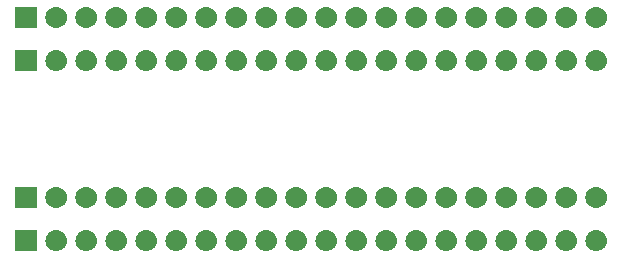
<source format=gbs>
G04 #@! TF.GenerationSoftware,KiCad,Pcbnew,(5.1.0)-1*
G04 #@! TF.CreationDate,2019-10-20T16:55:30+02:00*
G04 #@! TF.ProjectId,GTIA Fix,47544941-2046-4697-982e-6b696361645f,rev?*
G04 #@! TF.SameCoordinates,PX989b620PY8062360*
G04 #@! TF.FileFunction,Soldermask,Bot*
G04 #@! TF.FilePolarity,Negative*
%FSLAX46Y46*%
G04 Gerber Fmt 4.6, Leading zero omitted, Abs format (unit mm)*
G04 Created by KiCad (PCBNEW (5.1.0)-1) date 2019-10-20 16:55:30*
%MOMM*%
%LPD*%
G04 APERTURE LIST*
%ADD10C,0.100000*%
G04 APERTURE END LIST*
D10*
G36*
X50910442Y3134482D02*
G01*
X50976627Y3127963D01*
X51146466Y3076443D01*
X51302991Y2992778D01*
X51338729Y2963448D01*
X51440186Y2880186D01*
X51523448Y2778729D01*
X51552778Y2742991D01*
X51636443Y2586466D01*
X51687963Y2416627D01*
X51705359Y2240000D01*
X51687963Y2063373D01*
X51636443Y1893534D01*
X51552778Y1737009D01*
X51523448Y1701271D01*
X51440186Y1599814D01*
X51338729Y1516552D01*
X51302991Y1487222D01*
X51146466Y1403557D01*
X50976627Y1352037D01*
X50910442Y1345518D01*
X50844260Y1339000D01*
X50755740Y1339000D01*
X50689558Y1345518D01*
X50623373Y1352037D01*
X50453534Y1403557D01*
X50297009Y1487222D01*
X50261271Y1516552D01*
X50159814Y1599814D01*
X50076552Y1701271D01*
X50047222Y1737009D01*
X49963557Y1893534D01*
X49912037Y2063373D01*
X49894641Y2240000D01*
X49912037Y2416627D01*
X49963557Y2586466D01*
X50047222Y2742991D01*
X50076552Y2778729D01*
X50159814Y2880186D01*
X50261271Y2963448D01*
X50297009Y2992778D01*
X50453534Y3076443D01*
X50623373Y3127963D01*
X50689558Y3134482D01*
X50755740Y3141000D01*
X50844260Y3141000D01*
X50910442Y3134482D01*
X50910442Y3134482D01*
G37*
G36*
X25510442Y3134482D02*
G01*
X25576627Y3127963D01*
X25746466Y3076443D01*
X25902991Y2992778D01*
X25938729Y2963448D01*
X26040186Y2880186D01*
X26123448Y2778729D01*
X26152778Y2742991D01*
X26236443Y2586466D01*
X26287963Y2416627D01*
X26305359Y2240000D01*
X26287963Y2063373D01*
X26236443Y1893534D01*
X26152778Y1737009D01*
X26123448Y1701271D01*
X26040186Y1599814D01*
X25938729Y1516552D01*
X25902991Y1487222D01*
X25746466Y1403557D01*
X25576627Y1352037D01*
X25510442Y1345518D01*
X25444260Y1339000D01*
X25355740Y1339000D01*
X25289558Y1345518D01*
X25223373Y1352037D01*
X25053534Y1403557D01*
X24897009Y1487222D01*
X24861271Y1516552D01*
X24759814Y1599814D01*
X24676552Y1701271D01*
X24647222Y1737009D01*
X24563557Y1893534D01*
X24512037Y2063373D01*
X24494641Y2240000D01*
X24512037Y2416627D01*
X24563557Y2586466D01*
X24647222Y2742991D01*
X24676552Y2778729D01*
X24759814Y2880186D01*
X24861271Y2963448D01*
X24897009Y2992778D01*
X25053534Y3076443D01*
X25223373Y3127963D01*
X25289558Y3134482D01*
X25355740Y3141000D01*
X25444260Y3141000D01*
X25510442Y3134482D01*
X25510442Y3134482D01*
G37*
G36*
X3441000Y1339000D02*
G01*
X1639000Y1339000D01*
X1639000Y3141000D01*
X3441000Y3141000D01*
X3441000Y1339000D01*
X3441000Y1339000D01*
G37*
G36*
X5190442Y3134482D02*
G01*
X5256627Y3127963D01*
X5426466Y3076443D01*
X5582991Y2992778D01*
X5618729Y2963448D01*
X5720186Y2880186D01*
X5803448Y2778729D01*
X5832778Y2742991D01*
X5916443Y2586466D01*
X5967963Y2416627D01*
X5985359Y2240000D01*
X5967963Y2063373D01*
X5916443Y1893534D01*
X5832778Y1737009D01*
X5803448Y1701271D01*
X5720186Y1599814D01*
X5618729Y1516552D01*
X5582991Y1487222D01*
X5426466Y1403557D01*
X5256627Y1352037D01*
X5190442Y1345518D01*
X5124260Y1339000D01*
X5035740Y1339000D01*
X4969558Y1345518D01*
X4903373Y1352037D01*
X4733534Y1403557D01*
X4577009Y1487222D01*
X4541271Y1516552D01*
X4439814Y1599814D01*
X4356552Y1701271D01*
X4327222Y1737009D01*
X4243557Y1893534D01*
X4192037Y2063373D01*
X4174641Y2240000D01*
X4192037Y2416627D01*
X4243557Y2586466D01*
X4327222Y2742991D01*
X4356552Y2778729D01*
X4439814Y2880186D01*
X4541271Y2963448D01*
X4577009Y2992778D01*
X4733534Y3076443D01*
X4903373Y3127963D01*
X4969558Y3134482D01*
X5035740Y3141000D01*
X5124260Y3141000D01*
X5190442Y3134482D01*
X5190442Y3134482D01*
G37*
G36*
X7730442Y3134482D02*
G01*
X7796627Y3127963D01*
X7966466Y3076443D01*
X8122991Y2992778D01*
X8158729Y2963448D01*
X8260186Y2880186D01*
X8343448Y2778729D01*
X8372778Y2742991D01*
X8456443Y2586466D01*
X8507963Y2416627D01*
X8525359Y2240000D01*
X8507963Y2063373D01*
X8456443Y1893534D01*
X8372778Y1737009D01*
X8343448Y1701271D01*
X8260186Y1599814D01*
X8158729Y1516552D01*
X8122991Y1487222D01*
X7966466Y1403557D01*
X7796627Y1352037D01*
X7730442Y1345518D01*
X7664260Y1339000D01*
X7575740Y1339000D01*
X7509558Y1345518D01*
X7443373Y1352037D01*
X7273534Y1403557D01*
X7117009Y1487222D01*
X7081271Y1516552D01*
X6979814Y1599814D01*
X6896552Y1701271D01*
X6867222Y1737009D01*
X6783557Y1893534D01*
X6732037Y2063373D01*
X6714641Y2240000D01*
X6732037Y2416627D01*
X6783557Y2586466D01*
X6867222Y2742991D01*
X6896552Y2778729D01*
X6979814Y2880186D01*
X7081271Y2963448D01*
X7117009Y2992778D01*
X7273534Y3076443D01*
X7443373Y3127963D01*
X7509558Y3134482D01*
X7575740Y3141000D01*
X7664260Y3141000D01*
X7730442Y3134482D01*
X7730442Y3134482D01*
G37*
G36*
X10270442Y3134482D02*
G01*
X10336627Y3127963D01*
X10506466Y3076443D01*
X10662991Y2992778D01*
X10698729Y2963448D01*
X10800186Y2880186D01*
X10883448Y2778729D01*
X10912778Y2742991D01*
X10996443Y2586466D01*
X11047963Y2416627D01*
X11065359Y2240000D01*
X11047963Y2063373D01*
X10996443Y1893534D01*
X10912778Y1737009D01*
X10883448Y1701271D01*
X10800186Y1599814D01*
X10698729Y1516552D01*
X10662991Y1487222D01*
X10506466Y1403557D01*
X10336627Y1352037D01*
X10270442Y1345518D01*
X10204260Y1339000D01*
X10115740Y1339000D01*
X10049558Y1345518D01*
X9983373Y1352037D01*
X9813534Y1403557D01*
X9657009Y1487222D01*
X9621271Y1516552D01*
X9519814Y1599814D01*
X9436552Y1701271D01*
X9407222Y1737009D01*
X9323557Y1893534D01*
X9272037Y2063373D01*
X9254641Y2240000D01*
X9272037Y2416627D01*
X9323557Y2586466D01*
X9407222Y2742991D01*
X9436552Y2778729D01*
X9519814Y2880186D01*
X9621271Y2963448D01*
X9657009Y2992778D01*
X9813534Y3076443D01*
X9983373Y3127963D01*
X10049558Y3134482D01*
X10115740Y3141000D01*
X10204260Y3141000D01*
X10270442Y3134482D01*
X10270442Y3134482D01*
G37*
G36*
X12810442Y3134482D02*
G01*
X12876627Y3127963D01*
X13046466Y3076443D01*
X13202991Y2992778D01*
X13238729Y2963448D01*
X13340186Y2880186D01*
X13423448Y2778729D01*
X13452778Y2742991D01*
X13536443Y2586466D01*
X13587963Y2416627D01*
X13605359Y2240000D01*
X13587963Y2063373D01*
X13536443Y1893534D01*
X13452778Y1737009D01*
X13423448Y1701271D01*
X13340186Y1599814D01*
X13238729Y1516552D01*
X13202991Y1487222D01*
X13046466Y1403557D01*
X12876627Y1352037D01*
X12810442Y1345518D01*
X12744260Y1339000D01*
X12655740Y1339000D01*
X12589558Y1345518D01*
X12523373Y1352037D01*
X12353534Y1403557D01*
X12197009Y1487222D01*
X12161271Y1516552D01*
X12059814Y1599814D01*
X11976552Y1701271D01*
X11947222Y1737009D01*
X11863557Y1893534D01*
X11812037Y2063373D01*
X11794641Y2240000D01*
X11812037Y2416627D01*
X11863557Y2586466D01*
X11947222Y2742991D01*
X11976552Y2778729D01*
X12059814Y2880186D01*
X12161271Y2963448D01*
X12197009Y2992778D01*
X12353534Y3076443D01*
X12523373Y3127963D01*
X12589558Y3134482D01*
X12655740Y3141000D01*
X12744260Y3141000D01*
X12810442Y3134482D01*
X12810442Y3134482D01*
G37*
G36*
X15350442Y3134482D02*
G01*
X15416627Y3127963D01*
X15586466Y3076443D01*
X15742991Y2992778D01*
X15778729Y2963448D01*
X15880186Y2880186D01*
X15963448Y2778729D01*
X15992778Y2742991D01*
X16076443Y2586466D01*
X16127963Y2416627D01*
X16145359Y2240000D01*
X16127963Y2063373D01*
X16076443Y1893534D01*
X15992778Y1737009D01*
X15963448Y1701271D01*
X15880186Y1599814D01*
X15778729Y1516552D01*
X15742991Y1487222D01*
X15586466Y1403557D01*
X15416627Y1352037D01*
X15350442Y1345518D01*
X15284260Y1339000D01*
X15195740Y1339000D01*
X15129558Y1345518D01*
X15063373Y1352037D01*
X14893534Y1403557D01*
X14737009Y1487222D01*
X14701271Y1516552D01*
X14599814Y1599814D01*
X14516552Y1701271D01*
X14487222Y1737009D01*
X14403557Y1893534D01*
X14352037Y2063373D01*
X14334641Y2240000D01*
X14352037Y2416627D01*
X14403557Y2586466D01*
X14487222Y2742991D01*
X14516552Y2778729D01*
X14599814Y2880186D01*
X14701271Y2963448D01*
X14737009Y2992778D01*
X14893534Y3076443D01*
X15063373Y3127963D01*
X15129558Y3134482D01*
X15195740Y3141000D01*
X15284260Y3141000D01*
X15350442Y3134482D01*
X15350442Y3134482D01*
G37*
G36*
X17890442Y3134482D02*
G01*
X17956627Y3127963D01*
X18126466Y3076443D01*
X18282991Y2992778D01*
X18318729Y2963448D01*
X18420186Y2880186D01*
X18503448Y2778729D01*
X18532778Y2742991D01*
X18616443Y2586466D01*
X18667963Y2416627D01*
X18685359Y2240000D01*
X18667963Y2063373D01*
X18616443Y1893534D01*
X18532778Y1737009D01*
X18503448Y1701271D01*
X18420186Y1599814D01*
X18318729Y1516552D01*
X18282991Y1487222D01*
X18126466Y1403557D01*
X17956627Y1352037D01*
X17890442Y1345518D01*
X17824260Y1339000D01*
X17735740Y1339000D01*
X17669558Y1345518D01*
X17603373Y1352037D01*
X17433534Y1403557D01*
X17277009Y1487222D01*
X17241271Y1516552D01*
X17139814Y1599814D01*
X17056552Y1701271D01*
X17027222Y1737009D01*
X16943557Y1893534D01*
X16892037Y2063373D01*
X16874641Y2240000D01*
X16892037Y2416627D01*
X16943557Y2586466D01*
X17027222Y2742991D01*
X17056552Y2778729D01*
X17139814Y2880186D01*
X17241271Y2963448D01*
X17277009Y2992778D01*
X17433534Y3076443D01*
X17603373Y3127963D01*
X17669558Y3134482D01*
X17735740Y3141000D01*
X17824260Y3141000D01*
X17890442Y3134482D01*
X17890442Y3134482D01*
G37*
G36*
X20430442Y3134482D02*
G01*
X20496627Y3127963D01*
X20666466Y3076443D01*
X20822991Y2992778D01*
X20858729Y2963448D01*
X20960186Y2880186D01*
X21043448Y2778729D01*
X21072778Y2742991D01*
X21156443Y2586466D01*
X21207963Y2416627D01*
X21225359Y2240000D01*
X21207963Y2063373D01*
X21156443Y1893534D01*
X21072778Y1737009D01*
X21043448Y1701271D01*
X20960186Y1599814D01*
X20858729Y1516552D01*
X20822991Y1487222D01*
X20666466Y1403557D01*
X20496627Y1352037D01*
X20430442Y1345518D01*
X20364260Y1339000D01*
X20275740Y1339000D01*
X20209558Y1345518D01*
X20143373Y1352037D01*
X19973534Y1403557D01*
X19817009Y1487222D01*
X19781271Y1516552D01*
X19679814Y1599814D01*
X19596552Y1701271D01*
X19567222Y1737009D01*
X19483557Y1893534D01*
X19432037Y2063373D01*
X19414641Y2240000D01*
X19432037Y2416627D01*
X19483557Y2586466D01*
X19567222Y2742991D01*
X19596552Y2778729D01*
X19679814Y2880186D01*
X19781271Y2963448D01*
X19817009Y2992778D01*
X19973534Y3076443D01*
X20143373Y3127963D01*
X20209558Y3134482D01*
X20275740Y3141000D01*
X20364260Y3141000D01*
X20430442Y3134482D01*
X20430442Y3134482D01*
G37*
G36*
X22970442Y3134482D02*
G01*
X23036627Y3127963D01*
X23206466Y3076443D01*
X23362991Y2992778D01*
X23398729Y2963448D01*
X23500186Y2880186D01*
X23583448Y2778729D01*
X23612778Y2742991D01*
X23696443Y2586466D01*
X23747963Y2416627D01*
X23765359Y2240000D01*
X23747963Y2063373D01*
X23696443Y1893534D01*
X23612778Y1737009D01*
X23583448Y1701271D01*
X23500186Y1599814D01*
X23398729Y1516552D01*
X23362991Y1487222D01*
X23206466Y1403557D01*
X23036627Y1352037D01*
X22970442Y1345518D01*
X22904260Y1339000D01*
X22815740Y1339000D01*
X22749558Y1345518D01*
X22683373Y1352037D01*
X22513534Y1403557D01*
X22357009Y1487222D01*
X22321271Y1516552D01*
X22219814Y1599814D01*
X22136552Y1701271D01*
X22107222Y1737009D01*
X22023557Y1893534D01*
X21972037Y2063373D01*
X21954641Y2240000D01*
X21972037Y2416627D01*
X22023557Y2586466D01*
X22107222Y2742991D01*
X22136552Y2778729D01*
X22219814Y2880186D01*
X22321271Y2963448D01*
X22357009Y2992778D01*
X22513534Y3076443D01*
X22683373Y3127963D01*
X22749558Y3134482D01*
X22815740Y3141000D01*
X22904260Y3141000D01*
X22970442Y3134482D01*
X22970442Y3134482D01*
G37*
G36*
X30590442Y3134482D02*
G01*
X30656627Y3127963D01*
X30826466Y3076443D01*
X30982991Y2992778D01*
X31018729Y2963448D01*
X31120186Y2880186D01*
X31203448Y2778729D01*
X31232778Y2742991D01*
X31316443Y2586466D01*
X31367963Y2416627D01*
X31385359Y2240000D01*
X31367963Y2063373D01*
X31316443Y1893534D01*
X31232778Y1737009D01*
X31203448Y1701271D01*
X31120186Y1599814D01*
X31018729Y1516552D01*
X30982991Y1487222D01*
X30826466Y1403557D01*
X30656627Y1352037D01*
X30590442Y1345518D01*
X30524260Y1339000D01*
X30435740Y1339000D01*
X30369558Y1345518D01*
X30303373Y1352037D01*
X30133534Y1403557D01*
X29977009Y1487222D01*
X29941271Y1516552D01*
X29839814Y1599814D01*
X29756552Y1701271D01*
X29727222Y1737009D01*
X29643557Y1893534D01*
X29592037Y2063373D01*
X29574641Y2240000D01*
X29592037Y2416627D01*
X29643557Y2586466D01*
X29727222Y2742991D01*
X29756552Y2778729D01*
X29839814Y2880186D01*
X29941271Y2963448D01*
X29977009Y2992778D01*
X30133534Y3076443D01*
X30303373Y3127963D01*
X30369558Y3134482D01*
X30435740Y3141000D01*
X30524260Y3141000D01*
X30590442Y3134482D01*
X30590442Y3134482D01*
G37*
G36*
X33130442Y3134482D02*
G01*
X33196627Y3127963D01*
X33366466Y3076443D01*
X33522991Y2992778D01*
X33558729Y2963448D01*
X33660186Y2880186D01*
X33743448Y2778729D01*
X33772778Y2742991D01*
X33856443Y2586466D01*
X33907963Y2416627D01*
X33925359Y2240000D01*
X33907963Y2063373D01*
X33856443Y1893534D01*
X33772778Y1737009D01*
X33743448Y1701271D01*
X33660186Y1599814D01*
X33558729Y1516552D01*
X33522991Y1487222D01*
X33366466Y1403557D01*
X33196627Y1352037D01*
X33130442Y1345518D01*
X33064260Y1339000D01*
X32975740Y1339000D01*
X32909558Y1345518D01*
X32843373Y1352037D01*
X32673534Y1403557D01*
X32517009Y1487222D01*
X32481271Y1516552D01*
X32379814Y1599814D01*
X32296552Y1701271D01*
X32267222Y1737009D01*
X32183557Y1893534D01*
X32132037Y2063373D01*
X32114641Y2240000D01*
X32132037Y2416627D01*
X32183557Y2586466D01*
X32267222Y2742991D01*
X32296552Y2778729D01*
X32379814Y2880186D01*
X32481271Y2963448D01*
X32517009Y2992778D01*
X32673534Y3076443D01*
X32843373Y3127963D01*
X32909558Y3134482D01*
X32975740Y3141000D01*
X33064260Y3141000D01*
X33130442Y3134482D01*
X33130442Y3134482D01*
G37*
G36*
X35670442Y3134482D02*
G01*
X35736627Y3127963D01*
X35906466Y3076443D01*
X36062991Y2992778D01*
X36098729Y2963448D01*
X36200186Y2880186D01*
X36283448Y2778729D01*
X36312778Y2742991D01*
X36396443Y2586466D01*
X36447963Y2416627D01*
X36465359Y2240000D01*
X36447963Y2063373D01*
X36396443Y1893534D01*
X36312778Y1737009D01*
X36283448Y1701271D01*
X36200186Y1599814D01*
X36098729Y1516552D01*
X36062991Y1487222D01*
X35906466Y1403557D01*
X35736627Y1352037D01*
X35670442Y1345518D01*
X35604260Y1339000D01*
X35515740Y1339000D01*
X35449558Y1345518D01*
X35383373Y1352037D01*
X35213534Y1403557D01*
X35057009Y1487222D01*
X35021271Y1516552D01*
X34919814Y1599814D01*
X34836552Y1701271D01*
X34807222Y1737009D01*
X34723557Y1893534D01*
X34672037Y2063373D01*
X34654641Y2240000D01*
X34672037Y2416627D01*
X34723557Y2586466D01*
X34807222Y2742991D01*
X34836552Y2778729D01*
X34919814Y2880186D01*
X35021271Y2963448D01*
X35057009Y2992778D01*
X35213534Y3076443D01*
X35383373Y3127963D01*
X35449558Y3134482D01*
X35515740Y3141000D01*
X35604260Y3141000D01*
X35670442Y3134482D01*
X35670442Y3134482D01*
G37*
G36*
X38210442Y3134482D02*
G01*
X38276627Y3127963D01*
X38446466Y3076443D01*
X38602991Y2992778D01*
X38638729Y2963448D01*
X38740186Y2880186D01*
X38823448Y2778729D01*
X38852778Y2742991D01*
X38936443Y2586466D01*
X38987963Y2416627D01*
X39005359Y2240000D01*
X38987963Y2063373D01*
X38936443Y1893534D01*
X38852778Y1737009D01*
X38823448Y1701271D01*
X38740186Y1599814D01*
X38638729Y1516552D01*
X38602991Y1487222D01*
X38446466Y1403557D01*
X38276627Y1352037D01*
X38210442Y1345518D01*
X38144260Y1339000D01*
X38055740Y1339000D01*
X37989558Y1345518D01*
X37923373Y1352037D01*
X37753534Y1403557D01*
X37597009Y1487222D01*
X37561271Y1516552D01*
X37459814Y1599814D01*
X37376552Y1701271D01*
X37347222Y1737009D01*
X37263557Y1893534D01*
X37212037Y2063373D01*
X37194641Y2240000D01*
X37212037Y2416627D01*
X37263557Y2586466D01*
X37347222Y2742991D01*
X37376552Y2778729D01*
X37459814Y2880186D01*
X37561271Y2963448D01*
X37597009Y2992778D01*
X37753534Y3076443D01*
X37923373Y3127963D01*
X37989558Y3134482D01*
X38055740Y3141000D01*
X38144260Y3141000D01*
X38210442Y3134482D01*
X38210442Y3134482D01*
G37*
G36*
X40750442Y3134482D02*
G01*
X40816627Y3127963D01*
X40986466Y3076443D01*
X41142991Y2992778D01*
X41178729Y2963448D01*
X41280186Y2880186D01*
X41363448Y2778729D01*
X41392778Y2742991D01*
X41476443Y2586466D01*
X41527963Y2416627D01*
X41545359Y2240000D01*
X41527963Y2063373D01*
X41476443Y1893534D01*
X41392778Y1737009D01*
X41363448Y1701271D01*
X41280186Y1599814D01*
X41178729Y1516552D01*
X41142991Y1487222D01*
X40986466Y1403557D01*
X40816627Y1352037D01*
X40750442Y1345518D01*
X40684260Y1339000D01*
X40595740Y1339000D01*
X40529558Y1345518D01*
X40463373Y1352037D01*
X40293534Y1403557D01*
X40137009Y1487222D01*
X40101271Y1516552D01*
X39999814Y1599814D01*
X39916552Y1701271D01*
X39887222Y1737009D01*
X39803557Y1893534D01*
X39752037Y2063373D01*
X39734641Y2240000D01*
X39752037Y2416627D01*
X39803557Y2586466D01*
X39887222Y2742991D01*
X39916552Y2778729D01*
X39999814Y2880186D01*
X40101271Y2963448D01*
X40137009Y2992778D01*
X40293534Y3076443D01*
X40463373Y3127963D01*
X40529558Y3134482D01*
X40595740Y3141000D01*
X40684260Y3141000D01*
X40750442Y3134482D01*
X40750442Y3134482D01*
G37*
G36*
X43290442Y3134482D02*
G01*
X43356627Y3127963D01*
X43526466Y3076443D01*
X43682991Y2992778D01*
X43718729Y2963448D01*
X43820186Y2880186D01*
X43903448Y2778729D01*
X43932778Y2742991D01*
X44016443Y2586466D01*
X44067963Y2416627D01*
X44085359Y2240000D01*
X44067963Y2063373D01*
X44016443Y1893534D01*
X43932778Y1737009D01*
X43903448Y1701271D01*
X43820186Y1599814D01*
X43718729Y1516552D01*
X43682991Y1487222D01*
X43526466Y1403557D01*
X43356627Y1352037D01*
X43290442Y1345518D01*
X43224260Y1339000D01*
X43135740Y1339000D01*
X43069558Y1345518D01*
X43003373Y1352037D01*
X42833534Y1403557D01*
X42677009Y1487222D01*
X42641271Y1516552D01*
X42539814Y1599814D01*
X42456552Y1701271D01*
X42427222Y1737009D01*
X42343557Y1893534D01*
X42292037Y2063373D01*
X42274641Y2240000D01*
X42292037Y2416627D01*
X42343557Y2586466D01*
X42427222Y2742991D01*
X42456552Y2778729D01*
X42539814Y2880186D01*
X42641271Y2963448D01*
X42677009Y2992778D01*
X42833534Y3076443D01*
X43003373Y3127963D01*
X43069558Y3134482D01*
X43135740Y3141000D01*
X43224260Y3141000D01*
X43290442Y3134482D01*
X43290442Y3134482D01*
G37*
G36*
X45830442Y3134482D02*
G01*
X45896627Y3127963D01*
X46066466Y3076443D01*
X46222991Y2992778D01*
X46258729Y2963448D01*
X46360186Y2880186D01*
X46443448Y2778729D01*
X46472778Y2742991D01*
X46556443Y2586466D01*
X46607963Y2416627D01*
X46625359Y2240000D01*
X46607963Y2063373D01*
X46556443Y1893534D01*
X46472778Y1737009D01*
X46443448Y1701271D01*
X46360186Y1599814D01*
X46258729Y1516552D01*
X46222991Y1487222D01*
X46066466Y1403557D01*
X45896627Y1352037D01*
X45830442Y1345518D01*
X45764260Y1339000D01*
X45675740Y1339000D01*
X45609558Y1345518D01*
X45543373Y1352037D01*
X45373534Y1403557D01*
X45217009Y1487222D01*
X45181271Y1516552D01*
X45079814Y1599814D01*
X44996552Y1701271D01*
X44967222Y1737009D01*
X44883557Y1893534D01*
X44832037Y2063373D01*
X44814641Y2240000D01*
X44832037Y2416627D01*
X44883557Y2586466D01*
X44967222Y2742991D01*
X44996552Y2778729D01*
X45079814Y2880186D01*
X45181271Y2963448D01*
X45217009Y2992778D01*
X45373534Y3076443D01*
X45543373Y3127963D01*
X45609558Y3134482D01*
X45675740Y3141000D01*
X45764260Y3141000D01*
X45830442Y3134482D01*
X45830442Y3134482D01*
G37*
G36*
X48370442Y3134482D02*
G01*
X48436627Y3127963D01*
X48606466Y3076443D01*
X48762991Y2992778D01*
X48798729Y2963448D01*
X48900186Y2880186D01*
X48983448Y2778729D01*
X49012778Y2742991D01*
X49096443Y2586466D01*
X49147963Y2416627D01*
X49165359Y2240000D01*
X49147963Y2063373D01*
X49096443Y1893534D01*
X49012778Y1737009D01*
X48983448Y1701271D01*
X48900186Y1599814D01*
X48798729Y1516552D01*
X48762991Y1487222D01*
X48606466Y1403557D01*
X48436627Y1352037D01*
X48370442Y1345518D01*
X48304260Y1339000D01*
X48215740Y1339000D01*
X48149558Y1345518D01*
X48083373Y1352037D01*
X47913534Y1403557D01*
X47757009Y1487222D01*
X47721271Y1516552D01*
X47619814Y1599814D01*
X47536552Y1701271D01*
X47507222Y1737009D01*
X47423557Y1893534D01*
X47372037Y2063373D01*
X47354641Y2240000D01*
X47372037Y2416627D01*
X47423557Y2586466D01*
X47507222Y2742991D01*
X47536552Y2778729D01*
X47619814Y2880186D01*
X47721271Y2963448D01*
X47757009Y2992778D01*
X47913534Y3076443D01*
X48083373Y3127963D01*
X48149558Y3134482D01*
X48215740Y3141000D01*
X48304260Y3141000D01*
X48370442Y3134482D01*
X48370442Y3134482D01*
G37*
G36*
X28050442Y3134482D02*
G01*
X28116627Y3127963D01*
X28286466Y3076443D01*
X28442991Y2992778D01*
X28478729Y2963448D01*
X28580186Y2880186D01*
X28663448Y2778729D01*
X28692778Y2742991D01*
X28776443Y2586466D01*
X28827963Y2416627D01*
X28845359Y2240000D01*
X28827963Y2063373D01*
X28776443Y1893534D01*
X28692778Y1737009D01*
X28663448Y1701271D01*
X28580186Y1599814D01*
X28478729Y1516552D01*
X28442991Y1487222D01*
X28286466Y1403557D01*
X28116627Y1352037D01*
X28050442Y1345518D01*
X27984260Y1339000D01*
X27895740Y1339000D01*
X27829558Y1345518D01*
X27763373Y1352037D01*
X27593534Y1403557D01*
X27437009Y1487222D01*
X27401271Y1516552D01*
X27299814Y1599814D01*
X27216552Y1701271D01*
X27187222Y1737009D01*
X27103557Y1893534D01*
X27052037Y2063373D01*
X27034641Y2240000D01*
X27052037Y2416627D01*
X27103557Y2586466D01*
X27187222Y2742991D01*
X27216552Y2778729D01*
X27299814Y2880186D01*
X27401271Y2963448D01*
X27437009Y2992778D01*
X27593534Y3076443D01*
X27763373Y3127963D01*
X27829558Y3134482D01*
X27895740Y3141000D01*
X27984260Y3141000D01*
X28050442Y3134482D01*
X28050442Y3134482D01*
G37*
G36*
X22970442Y6792082D02*
G01*
X23036627Y6785563D01*
X23206466Y6734043D01*
X23362991Y6650378D01*
X23398729Y6621048D01*
X23500186Y6537786D01*
X23583448Y6436329D01*
X23612778Y6400591D01*
X23696443Y6244066D01*
X23747963Y6074227D01*
X23765359Y5897600D01*
X23747963Y5720973D01*
X23696443Y5551134D01*
X23612778Y5394609D01*
X23583448Y5358871D01*
X23500186Y5257414D01*
X23398729Y5174152D01*
X23362991Y5144822D01*
X23206466Y5061157D01*
X23036627Y5009637D01*
X22970442Y5003118D01*
X22904260Y4996600D01*
X22815740Y4996600D01*
X22749558Y5003118D01*
X22683373Y5009637D01*
X22513534Y5061157D01*
X22357009Y5144822D01*
X22321271Y5174152D01*
X22219814Y5257414D01*
X22136552Y5358871D01*
X22107222Y5394609D01*
X22023557Y5551134D01*
X21972037Y5720973D01*
X21954641Y5897600D01*
X21972037Y6074227D01*
X22023557Y6244066D01*
X22107222Y6400591D01*
X22136552Y6436329D01*
X22219814Y6537786D01*
X22321271Y6621048D01*
X22357009Y6650378D01*
X22513534Y6734043D01*
X22683373Y6785563D01*
X22749558Y6792082D01*
X22815740Y6798600D01*
X22904260Y6798600D01*
X22970442Y6792082D01*
X22970442Y6792082D01*
G37*
G36*
X20430442Y6792082D02*
G01*
X20496627Y6785563D01*
X20666466Y6734043D01*
X20822991Y6650378D01*
X20858729Y6621048D01*
X20960186Y6537786D01*
X21043448Y6436329D01*
X21072778Y6400591D01*
X21156443Y6244066D01*
X21207963Y6074227D01*
X21225359Y5897600D01*
X21207963Y5720973D01*
X21156443Y5551134D01*
X21072778Y5394609D01*
X21043448Y5358871D01*
X20960186Y5257414D01*
X20858729Y5174152D01*
X20822991Y5144822D01*
X20666466Y5061157D01*
X20496627Y5009637D01*
X20430442Y5003118D01*
X20364260Y4996600D01*
X20275740Y4996600D01*
X20209558Y5003118D01*
X20143373Y5009637D01*
X19973534Y5061157D01*
X19817009Y5144822D01*
X19781271Y5174152D01*
X19679814Y5257414D01*
X19596552Y5358871D01*
X19567222Y5394609D01*
X19483557Y5551134D01*
X19432037Y5720973D01*
X19414641Y5897600D01*
X19432037Y6074227D01*
X19483557Y6244066D01*
X19567222Y6400591D01*
X19596552Y6436329D01*
X19679814Y6537786D01*
X19781271Y6621048D01*
X19817009Y6650378D01*
X19973534Y6734043D01*
X20143373Y6785563D01*
X20209558Y6792082D01*
X20275740Y6798600D01*
X20364260Y6798600D01*
X20430442Y6792082D01*
X20430442Y6792082D01*
G37*
G36*
X17890442Y6792082D02*
G01*
X17956627Y6785563D01*
X18126466Y6734043D01*
X18282991Y6650378D01*
X18318729Y6621048D01*
X18420186Y6537786D01*
X18503448Y6436329D01*
X18532778Y6400591D01*
X18616443Y6244066D01*
X18667963Y6074227D01*
X18685359Y5897600D01*
X18667963Y5720973D01*
X18616443Y5551134D01*
X18532778Y5394609D01*
X18503448Y5358871D01*
X18420186Y5257414D01*
X18318729Y5174152D01*
X18282991Y5144822D01*
X18126466Y5061157D01*
X17956627Y5009637D01*
X17890442Y5003118D01*
X17824260Y4996600D01*
X17735740Y4996600D01*
X17669558Y5003118D01*
X17603373Y5009637D01*
X17433534Y5061157D01*
X17277009Y5144822D01*
X17241271Y5174152D01*
X17139814Y5257414D01*
X17056552Y5358871D01*
X17027222Y5394609D01*
X16943557Y5551134D01*
X16892037Y5720973D01*
X16874641Y5897600D01*
X16892037Y6074227D01*
X16943557Y6244066D01*
X17027222Y6400591D01*
X17056552Y6436329D01*
X17139814Y6537786D01*
X17241271Y6621048D01*
X17277009Y6650378D01*
X17433534Y6734043D01*
X17603373Y6785563D01*
X17669558Y6792082D01*
X17735740Y6798600D01*
X17824260Y6798600D01*
X17890442Y6792082D01*
X17890442Y6792082D01*
G37*
G36*
X15350442Y6792082D02*
G01*
X15416627Y6785563D01*
X15586466Y6734043D01*
X15742991Y6650378D01*
X15778729Y6621048D01*
X15880186Y6537786D01*
X15963448Y6436329D01*
X15992778Y6400591D01*
X16076443Y6244066D01*
X16127963Y6074227D01*
X16145359Y5897600D01*
X16127963Y5720973D01*
X16076443Y5551134D01*
X15992778Y5394609D01*
X15963448Y5358871D01*
X15880186Y5257414D01*
X15778729Y5174152D01*
X15742991Y5144822D01*
X15586466Y5061157D01*
X15416627Y5009637D01*
X15350442Y5003118D01*
X15284260Y4996600D01*
X15195740Y4996600D01*
X15129558Y5003118D01*
X15063373Y5009637D01*
X14893534Y5061157D01*
X14737009Y5144822D01*
X14701271Y5174152D01*
X14599814Y5257414D01*
X14516552Y5358871D01*
X14487222Y5394609D01*
X14403557Y5551134D01*
X14352037Y5720973D01*
X14334641Y5897600D01*
X14352037Y6074227D01*
X14403557Y6244066D01*
X14487222Y6400591D01*
X14516552Y6436329D01*
X14599814Y6537786D01*
X14701271Y6621048D01*
X14737009Y6650378D01*
X14893534Y6734043D01*
X15063373Y6785563D01*
X15129558Y6792082D01*
X15195740Y6798600D01*
X15284260Y6798600D01*
X15350442Y6792082D01*
X15350442Y6792082D01*
G37*
G36*
X12810442Y6792082D02*
G01*
X12876627Y6785563D01*
X13046466Y6734043D01*
X13202991Y6650378D01*
X13238729Y6621048D01*
X13340186Y6537786D01*
X13423448Y6436329D01*
X13452778Y6400591D01*
X13536443Y6244066D01*
X13587963Y6074227D01*
X13605359Y5897600D01*
X13587963Y5720973D01*
X13536443Y5551134D01*
X13452778Y5394609D01*
X13423448Y5358871D01*
X13340186Y5257414D01*
X13238729Y5174152D01*
X13202991Y5144822D01*
X13046466Y5061157D01*
X12876627Y5009637D01*
X12810442Y5003118D01*
X12744260Y4996600D01*
X12655740Y4996600D01*
X12589558Y5003118D01*
X12523373Y5009637D01*
X12353534Y5061157D01*
X12197009Y5144822D01*
X12161271Y5174152D01*
X12059814Y5257414D01*
X11976552Y5358871D01*
X11947222Y5394609D01*
X11863557Y5551134D01*
X11812037Y5720973D01*
X11794641Y5897600D01*
X11812037Y6074227D01*
X11863557Y6244066D01*
X11947222Y6400591D01*
X11976552Y6436329D01*
X12059814Y6537786D01*
X12161271Y6621048D01*
X12197009Y6650378D01*
X12353534Y6734043D01*
X12523373Y6785563D01*
X12589558Y6792082D01*
X12655740Y6798600D01*
X12744260Y6798600D01*
X12810442Y6792082D01*
X12810442Y6792082D01*
G37*
G36*
X10270442Y6792082D02*
G01*
X10336627Y6785563D01*
X10506466Y6734043D01*
X10662991Y6650378D01*
X10698729Y6621048D01*
X10800186Y6537786D01*
X10883448Y6436329D01*
X10912778Y6400591D01*
X10996443Y6244066D01*
X11047963Y6074227D01*
X11065359Y5897600D01*
X11047963Y5720973D01*
X10996443Y5551134D01*
X10912778Y5394609D01*
X10883448Y5358871D01*
X10800186Y5257414D01*
X10698729Y5174152D01*
X10662991Y5144822D01*
X10506466Y5061157D01*
X10336627Y5009637D01*
X10270442Y5003118D01*
X10204260Y4996600D01*
X10115740Y4996600D01*
X10049558Y5003118D01*
X9983373Y5009637D01*
X9813534Y5061157D01*
X9657009Y5144822D01*
X9621271Y5174152D01*
X9519814Y5257414D01*
X9436552Y5358871D01*
X9407222Y5394609D01*
X9323557Y5551134D01*
X9272037Y5720973D01*
X9254641Y5897600D01*
X9272037Y6074227D01*
X9323557Y6244066D01*
X9407222Y6400591D01*
X9436552Y6436329D01*
X9519814Y6537786D01*
X9621271Y6621048D01*
X9657009Y6650378D01*
X9813534Y6734043D01*
X9983373Y6785563D01*
X10049558Y6792082D01*
X10115740Y6798600D01*
X10204260Y6798600D01*
X10270442Y6792082D01*
X10270442Y6792082D01*
G37*
G36*
X7730442Y6792082D02*
G01*
X7796627Y6785563D01*
X7966466Y6734043D01*
X8122991Y6650378D01*
X8158729Y6621048D01*
X8260186Y6537786D01*
X8343448Y6436329D01*
X8372778Y6400591D01*
X8456443Y6244066D01*
X8507963Y6074227D01*
X8525359Y5897600D01*
X8507963Y5720973D01*
X8456443Y5551134D01*
X8372778Y5394609D01*
X8343448Y5358871D01*
X8260186Y5257414D01*
X8158729Y5174152D01*
X8122991Y5144822D01*
X7966466Y5061157D01*
X7796627Y5009637D01*
X7730442Y5003118D01*
X7664260Y4996600D01*
X7575740Y4996600D01*
X7509558Y5003118D01*
X7443373Y5009637D01*
X7273534Y5061157D01*
X7117009Y5144822D01*
X7081271Y5174152D01*
X6979814Y5257414D01*
X6896552Y5358871D01*
X6867222Y5394609D01*
X6783557Y5551134D01*
X6732037Y5720973D01*
X6714641Y5897600D01*
X6732037Y6074227D01*
X6783557Y6244066D01*
X6867222Y6400591D01*
X6896552Y6436329D01*
X6979814Y6537786D01*
X7081271Y6621048D01*
X7117009Y6650378D01*
X7273534Y6734043D01*
X7443373Y6785563D01*
X7509558Y6792082D01*
X7575740Y6798600D01*
X7664260Y6798600D01*
X7730442Y6792082D01*
X7730442Y6792082D01*
G37*
G36*
X5190442Y6792082D02*
G01*
X5256627Y6785563D01*
X5426466Y6734043D01*
X5582991Y6650378D01*
X5618729Y6621048D01*
X5720186Y6537786D01*
X5803448Y6436329D01*
X5832778Y6400591D01*
X5916443Y6244066D01*
X5967963Y6074227D01*
X5985359Y5897600D01*
X5967963Y5720973D01*
X5916443Y5551134D01*
X5832778Y5394609D01*
X5803448Y5358871D01*
X5720186Y5257414D01*
X5618729Y5174152D01*
X5582991Y5144822D01*
X5426466Y5061157D01*
X5256627Y5009637D01*
X5190442Y5003118D01*
X5124260Y4996600D01*
X5035740Y4996600D01*
X4969558Y5003118D01*
X4903373Y5009637D01*
X4733534Y5061157D01*
X4577009Y5144822D01*
X4541271Y5174152D01*
X4439814Y5257414D01*
X4356552Y5358871D01*
X4327222Y5394609D01*
X4243557Y5551134D01*
X4192037Y5720973D01*
X4174641Y5897600D01*
X4192037Y6074227D01*
X4243557Y6244066D01*
X4327222Y6400591D01*
X4356552Y6436329D01*
X4439814Y6537786D01*
X4541271Y6621048D01*
X4577009Y6650378D01*
X4733534Y6734043D01*
X4903373Y6785563D01*
X4969558Y6792082D01*
X5035740Y6798600D01*
X5124260Y6798600D01*
X5190442Y6792082D01*
X5190442Y6792082D01*
G37*
G36*
X3441000Y4996600D02*
G01*
X1639000Y4996600D01*
X1639000Y6798600D01*
X3441000Y6798600D01*
X3441000Y4996600D01*
X3441000Y4996600D01*
G37*
G36*
X40750442Y6792082D02*
G01*
X40816627Y6785563D01*
X40986466Y6734043D01*
X41142991Y6650378D01*
X41178729Y6621048D01*
X41280186Y6537786D01*
X41363448Y6436329D01*
X41392778Y6400591D01*
X41476443Y6244066D01*
X41527963Y6074227D01*
X41545359Y5897600D01*
X41527963Y5720973D01*
X41476443Y5551134D01*
X41392778Y5394609D01*
X41363448Y5358871D01*
X41280186Y5257414D01*
X41178729Y5174152D01*
X41142991Y5144822D01*
X40986466Y5061157D01*
X40816627Y5009637D01*
X40750442Y5003118D01*
X40684260Y4996600D01*
X40595740Y4996600D01*
X40529558Y5003118D01*
X40463373Y5009637D01*
X40293534Y5061157D01*
X40137009Y5144822D01*
X40101271Y5174152D01*
X39999814Y5257414D01*
X39916552Y5358871D01*
X39887222Y5394609D01*
X39803557Y5551134D01*
X39752037Y5720973D01*
X39734641Y5897600D01*
X39752037Y6074227D01*
X39803557Y6244066D01*
X39887222Y6400591D01*
X39916552Y6436329D01*
X39999814Y6537786D01*
X40101271Y6621048D01*
X40137009Y6650378D01*
X40293534Y6734043D01*
X40463373Y6785563D01*
X40529558Y6792082D01*
X40595740Y6798600D01*
X40684260Y6798600D01*
X40750442Y6792082D01*
X40750442Y6792082D01*
G37*
G36*
X50910442Y6792082D02*
G01*
X50976627Y6785563D01*
X51146466Y6734043D01*
X51302991Y6650378D01*
X51338729Y6621048D01*
X51440186Y6537786D01*
X51523448Y6436329D01*
X51552778Y6400591D01*
X51636443Y6244066D01*
X51687963Y6074227D01*
X51705359Y5897600D01*
X51687963Y5720973D01*
X51636443Y5551134D01*
X51552778Y5394609D01*
X51523448Y5358871D01*
X51440186Y5257414D01*
X51338729Y5174152D01*
X51302991Y5144822D01*
X51146466Y5061157D01*
X50976627Y5009637D01*
X50910442Y5003118D01*
X50844260Y4996600D01*
X50755740Y4996600D01*
X50689558Y5003118D01*
X50623373Y5009637D01*
X50453534Y5061157D01*
X50297009Y5144822D01*
X50261271Y5174152D01*
X50159814Y5257414D01*
X50076552Y5358871D01*
X50047222Y5394609D01*
X49963557Y5551134D01*
X49912037Y5720973D01*
X49894641Y5897600D01*
X49912037Y6074227D01*
X49963557Y6244066D01*
X50047222Y6400591D01*
X50076552Y6436329D01*
X50159814Y6537786D01*
X50261271Y6621048D01*
X50297009Y6650378D01*
X50453534Y6734043D01*
X50623373Y6785563D01*
X50689558Y6792082D01*
X50755740Y6798600D01*
X50844260Y6798600D01*
X50910442Y6792082D01*
X50910442Y6792082D01*
G37*
G36*
X28050442Y6792082D02*
G01*
X28116627Y6785563D01*
X28286466Y6734043D01*
X28442991Y6650378D01*
X28478729Y6621048D01*
X28580186Y6537786D01*
X28663448Y6436329D01*
X28692778Y6400591D01*
X28776443Y6244066D01*
X28827963Y6074227D01*
X28845359Y5897600D01*
X28827963Y5720973D01*
X28776443Y5551134D01*
X28692778Y5394609D01*
X28663448Y5358871D01*
X28580186Y5257414D01*
X28478729Y5174152D01*
X28442991Y5144822D01*
X28286466Y5061157D01*
X28116627Y5009637D01*
X28050442Y5003118D01*
X27984260Y4996600D01*
X27895740Y4996600D01*
X27829558Y5003118D01*
X27763373Y5009637D01*
X27593534Y5061157D01*
X27437009Y5144822D01*
X27401271Y5174152D01*
X27299814Y5257414D01*
X27216552Y5358871D01*
X27187222Y5394609D01*
X27103557Y5551134D01*
X27052037Y5720973D01*
X27034641Y5897600D01*
X27052037Y6074227D01*
X27103557Y6244066D01*
X27187222Y6400591D01*
X27216552Y6436329D01*
X27299814Y6537786D01*
X27401271Y6621048D01*
X27437009Y6650378D01*
X27593534Y6734043D01*
X27763373Y6785563D01*
X27829558Y6792082D01*
X27895740Y6798600D01*
X27984260Y6798600D01*
X28050442Y6792082D01*
X28050442Y6792082D01*
G37*
G36*
X30590442Y6792082D02*
G01*
X30656627Y6785563D01*
X30826466Y6734043D01*
X30982991Y6650378D01*
X31018729Y6621048D01*
X31120186Y6537786D01*
X31203448Y6436329D01*
X31232778Y6400591D01*
X31316443Y6244066D01*
X31367963Y6074227D01*
X31385359Y5897600D01*
X31367963Y5720973D01*
X31316443Y5551134D01*
X31232778Y5394609D01*
X31203448Y5358871D01*
X31120186Y5257414D01*
X31018729Y5174152D01*
X30982991Y5144822D01*
X30826466Y5061157D01*
X30656627Y5009637D01*
X30590442Y5003118D01*
X30524260Y4996600D01*
X30435740Y4996600D01*
X30369558Y5003118D01*
X30303373Y5009637D01*
X30133534Y5061157D01*
X29977009Y5144822D01*
X29941271Y5174152D01*
X29839814Y5257414D01*
X29756552Y5358871D01*
X29727222Y5394609D01*
X29643557Y5551134D01*
X29592037Y5720973D01*
X29574641Y5897600D01*
X29592037Y6074227D01*
X29643557Y6244066D01*
X29727222Y6400591D01*
X29756552Y6436329D01*
X29839814Y6537786D01*
X29941271Y6621048D01*
X29977009Y6650378D01*
X30133534Y6734043D01*
X30303373Y6785563D01*
X30369558Y6792082D01*
X30435740Y6798600D01*
X30524260Y6798600D01*
X30590442Y6792082D01*
X30590442Y6792082D01*
G37*
G36*
X33130442Y6792082D02*
G01*
X33196627Y6785563D01*
X33366466Y6734043D01*
X33522991Y6650378D01*
X33558729Y6621048D01*
X33660186Y6537786D01*
X33743448Y6436329D01*
X33772778Y6400591D01*
X33856443Y6244066D01*
X33907963Y6074227D01*
X33925359Y5897600D01*
X33907963Y5720973D01*
X33856443Y5551134D01*
X33772778Y5394609D01*
X33743448Y5358871D01*
X33660186Y5257414D01*
X33558729Y5174152D01*
X33522991Y5144822D01*
X33366466Y5061157D01*
X33196627Y5009637D01*
X33130442Y5003118D01*
X33064260Y4996600D01*
X32975740Y4996600D01*
X32909558Y5003118D01*
X32843373Y5009637D01*
X32673534Y5061157D01*
X32517009Y5144822D01*
X32481271Y5174152D01*
X32379814Y5257414D01*
X32296552Y5358871D01*
X32267222Y5394609D01*
X32183557Y5551134D01*
X32132037Y5720973D01*
X32114641Y5897600D01*
X32132037Y6074227D01*
X32183557Y6244066D01*
X32267222Y6400591D01*
X32296552Y6436329D01*
X32379814Y6537786D01*
X32481271Y6621048D01*
X32517009Y6650378D01*
X32673534Y6734043D01*
X32843373Y6785563D01*
X32909558Y6792082D01*
X32975740Y6798600D01*
X33064260Y6798600D01*
X33130442Y6792082D01*
X33130442Y6792082D01*
G37*
G36*
X35670442Y6792082D02*
G01*
X35736627Y6785563D01*
X35906466Y6734043D01*
X36062991Y6650378D01*
X36098729Y6621048D01*
X36200186Y6537786D01*
X36283448Y6436329D01*
X36312778Y6400591D01*
X36396443Y6244066D01*
X36447963Y6074227D01*
X36465359Y5897600D01*
X36447963Y5720973D01*
X36396443Y5551134D01*
X36312778Y5394609D01*
X36283448Y5358871D01*
X36200186Y5257414D01*
X36098729Y5174152D01*
X36062991Y5144822D01*
X35906466Y5061157D01*
X35736627Y5009637D01*
X35670442Y5003118D01*
X35604260Y4996600D01*
X35515740Y4996600D01*
X35449558Y5003118D01*
X35383373Y5009637D01*
X35213534Y5061157D01*
X35057009Y5144822D01*
X35021271Y5174152D01*
X34919814Y5257414D01*
X34836552Y5358871D01*
X34807222Y5394609D01*
X34723557Y5551134D01*
X34672037Y5720973D01*
X34654641Y5897600D01*
X34672037Y6074227D01*
X34723557Y6244066D01*
X34807222Y6400591D01*
X34836552Y6436329D01*
X34919814Y6537786D01*
X35021271Y6621048D01*
X35057009Y6650378D01*
X35213534Y6734043D01*
X35383373Y6785563D01*
X35449558Y6792082D01*
X35515740Y6798600D01*
X35604260Y6798600D01*
X35670442Y6792082D01*
X35670442Y6792082D01*
G37*
G36*
X38210442Y6792082D02*
G01*
X38276627Y6785563D01*
X38446466Y6734043D01*
X38602991Y6650378D01*
X38638729Y6621048D01*
X38740186Y6537786D01*
X38823448Y6436329D01*
X38852778Y6400591D01*
X38936443Y6244066D01*
X38987963Y6074227D01*
X39005359Y5897600D01*
X38987963Y5720973D01*
X38936443Y5551134D01*
X38852778Y5394609D01*
X38823448Y5358871D01*
X38740186Y5257414D01*
X38638729Y5174152D01*
X38602991Y5144822D01*
X38446466Y5061157D01*
X38276627Y5009637D01*
X38210442Y5003118D01*
X38144260Y4996600D01*
X38055740Y4996600D01*
X37989558Y5003118D01*
X37923373Y5009637D01*
X37753534Y5061157D01*
X37597009Y5144822D01*
X37561271Y5174152D01*
X37459814Y5257414D01*
X37376552Y5358871D01*
X37347222Y5394609D01*
X37263557Y5551134D01*
X37212037Y5720973D01*
X37194641Y5897600D01*
X37212037Y6074227D01*
X37263557Y6244066D01*
X37347222Y6400591D01*
X37376552Y6436329D01*
X37459814Y6537786D01*
X37561271Y6621048D01*
X37597009Y6650378D01*
X37753534Y6734043D01*
X37923373Y6785563D01*
X37989558Y6792082D01*
X38055740Y6798600D01*
X38144260Y6798600D01*
X38210442Y6792082D01*
X38210442Y6792082D01*
G37*
G36*
X43290442Y6792082D02*
G01*
X43356627Y6785563D01*
X43526466Y6734043D01*
X43682991Y6650378D01*
X43718729Y6621048D01*
X43820186Y6537786D01*
X43903448Y6436329D01*
X43932778Y6400591D01*
X44016443Y6244066D01*
X44067963Y6074227D01*
X44085359Y5897600D01*
X44067963Y5720973D01*
X44016443Y5551134D01*
X43932778Y5394609D01*
X43903448Y5358871D01*
X43820186Y5257414D01*
X43718729Y5174152D01*
X43682991Y5144822D01*
X43526466Y5061157D01*
X43356627Y5009637D01*
X43290442Y5003118D01*
X43224260Y4996600D01*
X43135740Y4996600D01*
X43069558Y5003118D01*
X43003373Y5009637D01*
X42833534Y5061157D01*
X42677009Y5144822D01*
X42641271Y5174152D01*
X42539814Y5257414D01*
X42456552Y5358871D01*
X42427222Y5394609D01*
X42343557Y5551134D01*
X42292037Y5720973D01*
X42274641Y5897600D01*
X42292037Y6074227D01*
X42343557Y6244066D01*
X42427222Y6400591D01*
X42456552Y6436329D01*
X42539814Y6537786D01*
X42641271Y6621048D01*
X42677009Y6650378D01*
X42833534Y6734043D01*
X43003373Y6785563D01*
X43069558Y6792082D01*
X43135740Y6798600D01*
X43224260Y6798600D01*
X43290442Y6792082D01*
X43290442Y6792082D01*
G37*
G36*
X45830442Y6792082D02*
G01*
X45896627Y6785563D01*
X46066466Y6734043D01*
X46222991Y6650378D01*
X46258729Y6621048D01*
X46360186Y6537786D01*
X46443448Y6436329D01*
X46472778Y6400591D01*
X46556443Y6244066D01*
X46607963Y6074227D01*
X46625359Y5897600D01*
X46607963Y5720973D01*
X46556443Y5551134D01*
X46472778Y5394609D01*
X46443448Y5358871D01*
X46360186Y5257414D01*
X46258729Y5174152D01*
X46222991Y5144822D01*
X46066466Y5061157D01*
X45896627Y5009637D01*
X45830442Y5003118D01*
X45764260Y4996600D01*
X45675740Y4996600D01*
X45609558Y5003118D01*
X45543373Y5009637D01*
X45373534Y5061157D01*
X45217009Y5144822D01*
X45181271Y5174152D01*
X45079814Y5257414D01*
X44996552Y5358871D01*
X44967222Y5394609D01*
X44883557Y5551134D01*
X44832037Y5720973D01*
X44814641Y5897600D01*
X44832037Y6074227D01*
X44883557Y6244066D01*
X44967222Y6400591D01*
X44996552Y6436329D01*
X45079814Y6537786D01*
X45181271Y6621048D01*
X45217009Y6650378D01*
X45373534Y6734043D01*
X45543373Y6785563D01*
X45609558Y6792082D01*
X45675740Y6798600D01*
X45764260Y6798600D01*
X45830442Y6792082D01*
X45830442Y6792082D01*
G37*
G36*
X48370442Y6792082D02*
G01*
X48436627Y6785563D01*
X48606466Y6734043D01*
X48762991Y6650378D01*
X48798729Y6621048D01*
X48900186Y6537786D01*
X48983448Y6436329D01*
X49012778Y6400591D01*
X49096443Y6244066D01*
X49147963Y6074227D01*
X49165359Y5897600D01*
X49147963Y5720973D01*
X49096443Y5551134D01*
X49012778Y5394609D01*
X48983448Y5358871D01*
X48900186Y5257414D01*
X48798729Y5174152D01*
X48762991Y5144822D01*
X48606466Y5061157D01*
X48436627Y5009637D01*
X48370442Y5003118D01*
X48304260Y4996600D01*
X48215740Y4996600D01*
X48149558Y5003118D01*
X48083373Y5009637D01*
X47913534Y5061157D01*
X47757009Y5144822D01*
X47721271Y5174152D01*
X47619814Y5257414D01*
X47536552Y5358871D01*
X47507222Y5394609D01*
X47423557Y5551134D01*
X47372037Y5720973D01*
X47354641Y5897600D01*
X47372037Y6074227D01*
X47423557Y6244066D01*
X47507222Y6400591D01*
X47536552Y6436329D01*
X47619814Y6537786D01*
X47721271Y6621048D01*
X47757009Y6650378D01*
X47913534Y6734043D01*
X48083373Y6785563D01*
X48149558Y6792082D01*
X48215740Y6798600D01*
X48304260Y6798600D01*
X48370442Y6792082D01*
X48370442Y6792082D01*
G37*
G36*
X25510442Y6792082D02*
G01*
X25576627Y6785563D01*
X25746466Y6734043D01*
X25902991Y6650378D01*
X25938729Y6621048D01*
X26040186Y6537786D01*
X26123448Y6436329D01*
X26152778Y6400591D01*
X26236443Y6244066D01*
X26287963Y6074227D01*
X26305359Y5897600D01*
X26287963Y5720973D01*
X26236443Y5551134D01*
X26152778Y5394609D01*
X26123448Y5358871D01*
X26040186Y5257414D01*
X25938729Y5174152D01*
X25902991Y5144822D01*
X25746466Y5061157D01*
X25576627Y5009637D01*
X25510442Y5003118D01*
X25444260Y4996600D01*
X25355740Y4996600D01*
X25289558Y5003118D01*
X25223373Y5009637D01*
X25053534Y5061157D01*
X24897009Y5144822D01*
X24861271Y5174152D01*
X24759814Y5257414D01*
X24676552Y5358871D01*
X24647222Y5394609D01*
X24563557Y5551134D01*
X24512037Y5720973D01*
X24494641Y5897600D01*
X24512037Y6074227D01*
X24563557Y6244066D01*
X24647222Y6400591D01*
X24676552Y6436329D01*
X24759814Y6537786D01*
X24861271Y6621048D01*
X24897009Y6650378D01*
X25053534Y6734043D01*
X25223373Y6785563D01*
X25289558Y6792082D01*
X25355740Y6798600D01*
X25444260Y6798600D01*
X25510442Y6792082D01*
X25510442Y6792082D01*
G37*
G36*
X35670443Y18374481D02*
G01*
X35736627Y18367963D01*
X35906466Y18316443D01*
X36062991Y18232778D01*
X36098729Y18203448D01*
X36200186Y18120186D01*
X36283448Y18018729D01*
X36312778Y17982991D01*
X36396443Y17826466D01*
X36447963Y17656627D01*
X36465359Y17480000D01*
X36447963Y17303373D01*
X36396443Y17133534D01*
X36312778Y16977009D01*
X36283448Y16941271D01*
X36200186Y16839814D01*
X36098729Y16756552D01*
X36062991Y16727222D01*
X35906466Y16643557D01*
X35736627Y16592037D01*
X35670442Y16585518D01*
X35604260Y16579000D01*
X35515740Y16579000D01*
X35449558Y16585518D01*
X35383373Y16592037D01*
X35213534Y16643557D01*
X35057009Y16727222D01*
X35021271Y16756552D01*
X34919814Y16839814D01*
X34836552Y16941271D01*
X34807222Y16977009D01*
X34723557Y17133534D01*
X34672037Y17303373D01*
X34654641Y17480000D01*
X34672037Y17656627D01*
X34723557Y17826466D01*
X34807222Y17982991D01*
X34836552Y18018729D01*
X34919814Y18120186D01*
X35021271Y18203448D01*
X35057009Y18232778D01*
X35213534Y18316443D01*
X35383373Y18367963D01*
X35449557Y18374481D01*
X35515740Y18381000D01*
X35604260Y18381000D01*
X35670443Y18374481D01*
X35670443Y18374481D01*
G37*
G36*
X3441000Y16579000D02*
G01*
X1639000Y16579000D01*
X1639000Y18381000D01*
X3441000Y18381000D01*
X3441000Y16579000D01*
X3441000Y16579000D01*
G37*
G36*
X5190443Y18374481D02*
G01*
X5256627Y18367963D01*
X5426466Y18316443D01*
X5582991Y18232778D01*
X5618729Y18203448D01*
X5720186Y18120186D01*
X5803448Y18018729D01*
X5832778Y17982991D01*
X5916443Y17826466D01*
X5967963Y17656627D01*
X5985359Y17480000D01*
X5967963Y17303373D01*
X5916443Y17133534D01*
X5832778Y16977009D01*
X5803448Y16941271D01*
X5720186Y16839814D01*
X5618729Y16756552D01*
X5582991Y16727222D01*
X5426466Y16643557D01*
X5256627Y16592037D01*
X5190442Y16585518D01*
X5124260Y16579000D01*
X5035740Y16579000D01*
X4969558Y16585518D01*
X4903373Y16592037D01*
X4733534Y16643557D01*
X4577009Y16727222D01*
X4541271Y16756552D01*
X4439814Y16839814D01*
X4356552Y16941271D01*
X4327222Y16977009D01*
X4243557Y17133534D01*
X4192037Y17303373D01*
X4174641Y17480000D01*
X4192037Y17656627D01*
X4243557Y17826466D01*
X4327222Y17982991D01*
X4356552Y18018729D01*
X4439814Y18120186D01*
X4541271Y18203448D01*
X4577009Y18232778D01*
X4733534Y18316443D01*
X4903373Y18367963D01*
X4969557Y18374481D01*
X5035740Y18381000D01*
X5124260Y18381000D01*
X5190443Y18374481D01*
X5190443Y18374481D01*
G37*
G36*
X7730443Y18374481D02*
G01*
X7796627Y18367963D01*
X7966466Y18316443D01*
X8122991Y18232778D01*
X8158729Y18203448D01*
X8260186Y18120186D01*
X8343448Y18018729D01*
X8372778Y17982991D01*
X8456443Y17826466D01*
X8507963Y17656627D01*
X8525359Y17480000D01*
X8507963Y17303373D01*
X8456443Y17133534D01*
X8372778Y16977009D01*
X8343448Y16941271D01*
X8260186Y16839814D01*
X8158729Y16756552D01*
X8122991Y16727222D01*
X7966466Y16643557D01*
X7796627Y16592037D01*
X7730442Y16585518D01*
X7664260Y16579000D01*
X7575740Y16579000D01*
X7509558Y16585518D01*
X7443373Y16592037D01*
X7273534Y16643557D01*
X7117009Y16727222D01*
X7081271Y16756552D01*
X6979814Y16839814D01*
X6896552Y16941271D01*
X6867222Y16977009D01*
X6783557Y17133534D01*
X6732037Y17303373D01*
X6714641Y17480000D01*
X6732037Y17656627D01*
X6783557Y17826466D01*
X6867222Y17982991D01*
X6896552Y18018729D01*
X6979814Y18120186D01*
X7081271Y18203448D01*
X7117009Y18232778D01*
X7273534Y18316443D01*
X7443373Y18367963D01*
X7509557Y18374481D01*
X7575740Y18381000D01*
X7664260Y18381000D01*
X7730443Y18374481D01*
X7730443Y18374481D01*
G37*
G36*
X10270443Y18374481D02*
G01*
X10336627Y18367963D01*
X10506466Y18316443D01*
X10662991Y18232778D01*
X10698729Y18203448D01*
X10800186Y18120186D01*
X10883448Y18018729D01*
X10912778Y17982991D01*
X10996443Y17826466D01*
X11047963Y17656627D01*
X11065359Y17480000D01*
X11047963Y17303373D01*
X10996443Y17133534D01*
X10912778Y16977009D01*
X10883448Y16941271D01*
X10800186Y16839814D01*
X10698729Y16756552D01*
X10662991Y16727222D01*
X10506466Y16643557D01*
X10336627Y16592037D01*
X10270442Y16585518D01*
X10204260Y16579000D01*
X10115740Y16579000D01*
X10049558Y16585518D01*
X9983373Y16592037D01*
X9813534Y16643557D01*
X9657009Y16727222D01*
X9621271Y16756552D01*
X9519814Y16839814D01*
X9436552Y16941271D01*
X9407222Y16977009D01*
X9323557Y17133534D01*
X9272037Y17303373D01*
X9254641Y17480000D01*
X9272037Y17656627D01*
X9323557Y17826466D01*
X9407222Y17982991D01*
X9436552Y18018729D01*
X9519814Y18120186D01*
X9621271Y18203448D01*
X9657009Y18232778D01*
X9813534Y18316443D01*
X9983373Y18367963D01*
X10049557Y18374481D01*
X10115740Y18381000D01*
X10204260Y18381000D01*
X10270443Y18374481D01*
X10270443Y18374481D01*
G37*
G36*
X12810443Y18374481D02*
G01*
X12876627Y18367963D01*
X13046466Y18316443D01*
X13202991Y18232778D01*
X13238729Y18203448D01*
X13340186Y18120186D01*
X13423448Y18018729D01*
X13452778Y17982991D01*
X13536443Y17826466D01*
X13587963Y17656627D01*
X13605359Y17480000D01*
X13587963Y17303373D01*
X13536443Y17133534D01*
X13452778Y16977009D01*
X13423448Y16941271D01*
X13340186Y16839814D01*
X13238729Y16756552D01*
X13202991Y16727222D01*
X13046466Y16643557D01*
X12876627Y16592037D01*
X12810442Y16585518D01*
X12744260Y16579000D01*
X12655740Y16579000D01*
X12589558Y16585518D01*
X12523373Y16592037D01*
X12353534Y16643557D01*
X12197009Y16727222D01*
X12161271Y16756552D01*
X12059814Y16839814D01*
X11976552Y16941271D01*
X11947222Y16977009D01*
X11863557Y17133534D01*
X11812037Y17303373D01*
X11794641Y17480000D01*
X11812037Y17656627D01*
X11863557Y17826466D01*
X11947222Y17982991D01*
X11976552Y18018729D01*
X12059814Y18120186D01*
X12161271Y18203448D01*
X12197009Y18232778D01*
X12353534Y18316443D01*
X12523373Y18367963D01*
X12589557Y18374481D01*
X12655740Y18381000D01*
X12744260Y18381000D01*
X12810443Y18374481D01*
X12810443Y18374481D01*
G37*
G36*
X15350443Y18374481D02*
G01*
X15416627Y18367963D01*
X15586466Y18316443D01*
X15742991Y18232778D01*
X15778729Y18203448D01*
X15880186Y18120186D01*
X15963448Y18018729D01*
X15992778Y17982991D01*
X16076443Y17826466D01*
X16127963Y17656627D01*
X16145359Y17480000D01*
X16127963Y17303373D01*
X16076443Y17133534D01*
X15992778Y16977009D01*
X15963448Y16941271D01*
X15880186Y16839814D01*
X15778729Y16756552D01*
X15742991Y16727222D01*
X15586466Y16643557D01*
X15416627Y16592037D01*
X15350442Y16585518D01*
X15284260Y16579000D01*
X15195740Y16579000D01*
X15129558Y16585518D01*
X15063373Y16592037D01*
X14893534Y16643557D01*
X14737009Y16727222D01*
X14701271Y16756552D01*
X14599814Y16839814D01*
X14516552Y16941271D01*
X14487222Y16977009D01*
X14403557Y17133534D01*
X14352037Y17303373D01*
X14334641Y17480000D01*
X14352037Y17656627D01*
X14403557Y17826466D01*
X14487222Y17982991D01*
X14516552Y18018729D01*
X14599814Y18120186D01*
X14701271Y18203448D01*
X14737009Y18232778D01*
X14893534Y18316443D01*
X15063373Y18367963D01*
X15129557Y18374481D01*
X15195740Y18381000D01*
X15284260Y18381000D01*
X15350443Y18374481D01*
X15350443Y18374481D01*
G37*
G36*
X17890443Y18374481D02*
G01*
X17956627Y18367963D01*
X18126466Y18316443D01*
X18282991Y18232778D01*
X18318729Y18203448D01*
X18420186Y18120186D01*
X18503448Y18018729D01*
X18532778Y17982991D01*
X18616443Y17826466D01*
X18667963Y17656627D01*
X18685359Y17480000D01*
X18667963Y17303373D01*
X18616443Y17133534D01*
X18532778Y16977009D01*
X18503448Y16941271D01*
X18420186Y16839814D01*
X18318729Y16756552D01*
X18282991Y16727222D01*
X18126466Y16643557D01*
X17956627Y16592037D01*
X17890442Y16585518D01*
X17824260Y16579000D01*
X17735740Y16579000D01*
X17669558Y16585518D01*
X17603373Y16592037D01*
X17433534Y16643557D01*
X17277009Y16727222D01*
X17241271Y16756552D01*
X17139814Y16839814D01*
X17056552Y16941271D01*
X17027222Y16977009D01*
X16943557Y17133534D01*
X16892037Y17303373D01*
X16874641Y17480000D01*
X16892037Y17656627D01*
X16943557Y17826466D01*
X17027222Y17982991D01*
X17056552Y18018729D01*
X17139814Y18120186D01*
X17241271Y18203448D01*
X17277009Y18232778D01*
X17433534Y18316443D01*
X17603373Y18367963D01*
X17669557Y18374481D01*
X17735740Y18381000D01*
X17824260Y18381000D01*
X17890443Y18374481D01*
X17890443Y18374481D01*
G37*
G36*
X20430443Y18374481D02*
G01*
X20496627Y18367963D01*
X20666466Y18316443D01*
X20822991Y18232778D01*
X20858729Y18203448D01*
X20960186Y18120186D01*
X21043448Y18018729D01*
X21072778Y17982991D01*
X21156443Y17826466D01*
X21207963Y17656627D01*
X21225359Y17480000D01*
X21207963Y17303373D01*
X21156443Y17133534D01*
X21072778Y16977009D01*
X21043448Y16941271D01*
X20960186Y16839814D01*
X20858729Y16756552D01*
X20822991Y16727222D01*
X20666466Y16643557D01*
X20496627Y16592037D01*
X20430442Y16585518D01*
X20364260Y16579000D01*
X20275740Y16579000D01*
X20209558Y16585518D01*
X20143373Y16592037D01*
X19973534Y16643557D01*
X19817009Y16727222D01*
X19781271Y16756552D01*
X19679814Y16839814D01*
X19596552Y16941271D01*
X19567222Y16977009D01*
X19483557Y17133534D01*
X19432037Y17303373D01*
X19414641Y17480000D01*
X19432037Y17656627D01*
X19483557Y17826466D01*
X19567222Y17982991D01*
X19596552Y18018729D01*
X19679814Y18120186D01*
X19781271Y18203448D01*
X19817009Y18232778D01*
X19973534Y18316443D01*
X20143373Y18367963D01*
X20209557Y18374481D01*
X20275740Y18381000D01*
X20364260Y18381000D01*
X20430443Y18374481D01*
X20430443Y18374481D01*
G37*
G36*
X22970443Y18374481D02*
G01*
X23036627Y18367963D01*
X23206466Y18316443D01*
X23362991Y18232778D01*
X23398729Y18203448D01*
X23500186Y18120186D01*
X23583448Y18018729D01*
X23612778Y17982991D01*
X23696443Y17826466D01*
X23747963Y17656627D01*
X23765359Y17480000D01*
X23747963Y17303373D01*
X23696443Y17133534D01*
X23612778Y16977009D01*
X23583448Y16941271D01*
X23500186Y16839814D01*
X23398729Y16756552D01*
X23362991Y16727222D01*
X23206466Y16643557D01*
X23036627Y16592037D01*
X22970442Y16585518D01*
X22904260Y16579000D01*
X22815740Y16579000D01*
X22749558Y16585518D01*
X22683373Y16592037D01*
X22513534Y16643557D01*
X22357009Y16727222D01*
X22321271Y16756552D01*
X22219814Y16839814D01*
X22136552Y16941271D01*
X22107222Y16977009D01*
X22023557Y17133534D01*
X21972037Y17303373D01*
X21954641Y17480000D01*
X21972037Y17656627D01*
X22023557Y17826466D01*
X22107222Y17982991D01*
X22136552Y18018729D01*
X22219814Y18120186D01*
X22321271Y18203448D01*
X22357009Y18232778D01*
X22513534Y18316443D01*
X22683373Y18367963D01*
X22749557Y18374481D01*
X22815740Y18381000D01*
X22904260Y18381000D01*
X22970443Y18374481D01*
X22970443Y18374481D01*
G37*
G36*
X25510443Y18374481D02*
G01*
X25576627Y18367963D01*
X25746466Y18316443D01*
X25902991Y18232778D01*
X25938729Y18203448D01*
X26040186Y18120186D01*
X26123448Y18018729D01*
X26152778Y17982991D01*
X26236443Y17826466D01*
X26287963Y17656627D01*
X26305359Y17480000D01*
X26287963Y17303373D01*
X26236443Y17133534D01*
X26152778Y16977009D01*
X26123448Y16941271D01*
X26040186Y16839814D01*
X25938729Y16756552D01*
X25902991Y16727222D01*
X25746466Y16643557D01*
X25576627Y16592037D01*
X25510442Y16585518D01*
X25444260Y16579000D01*
X25355740Y16579000D01*
X25289558Y16585518D01*
X25223373Y16592037D01*
X25053534Y16643557D01*
X24897009Y16727222D01*
X24861271Y16756552D01*
X24759814Y16839814D01*
X24676552Y16941271D01*
X24647222Y16977009D01*
X24563557Y17133534D01*
X24512037Y17303373D01*
X24494641Y17480000D01*
X24512037Y17656627D01*
X24563557Y17826466D01*
X24647222Y17982991D01*
X24676552Y18018729D01*
X24759814Y18120186D01*
X24861271Y18203448D01*
X24897009Y18232778D01*
X25053534Y18316443D01*
X25223373Y18367963D01*
X25289557Y18374481D01*
X25355740Y18381000D01*
X25444260Y18381000D01*
X25510443Y18374481D01*
X25510443Y18374481D01*
G37*
G36*
X28050443Y18374481D02*
G01*
X28116627Y18367963D01*
X28286466Y18316443D01*
X28442991Y18232778D01*
X28478729Y18203448D01*
X28580186Y18120186D01*
X28663448Y18018729D01*
X28692778Y17982991D01*
X28776443Y17826466D01*
X28827963Y17656627D01*
X28845359Y17480000D01*
X28827963Y17303373D01*
X28776443Y17133534D01*
X28692778Y16977009D01*
X28663448Y16941271D01*
X28580186Y16839814D01*
X28478729Y16756552D01*
X28442991Y16727222D01*
X28286466Y16643557D01*
X28116627Y16592037D01*
X28050442Y16585518D01*
X27984260Y16579000D01*
X27895740Y16579000D01*
X27829558Y16585518D01*
X27763373Y16592037D01*
X27593534Y16643557D01*
X27437009Y16727222D01*
X27401271Y16756552D01*
X27299814Y16839814D01*
X27216552Y16941271D01*
X27187222Y16977009D01*
X27103557Y17133534D01*
X27052037Y17303373D01*
X27034641Y17480000D01*
X27052037Y17656627D01*
X27103557Y17826466D01*
X27187222Y17982991D01*
X27216552Y18018729D01*
X27299814Y18120186D01*
X27401271Y18203448D01*
X27437009Y18232778D01*
X27593534Y18316443D01*
X27763373Y18367963D01*
X27829557Y18374481D01*
X27895740Y18381000D01*
X27984260Y18381000D01*
X28050443Y18374481D01*
X28050443Y18374481D01*
G37*
G36*
X38210443Y18374481D02*
G01*
X38276627Y18367963D01*
X38446466Y18316443D01*
X38602991Y18232778D01*
X38638729Y18203448D01*
X38740186Y18120186D01*
X38823448Y18018729D01*
X38852778Y17982991D01*
X38936443Y17826466D01*
X38987963Y17656627D01*
X39005359Y17480000D01*
X38987963Y17303373D01*
X38936443Y17133534D01*
X38852778Y16977009D01*
X38823448Y16941271D01*
X38740186Y16839814D01*
X38638729Y16756552D01*
X38602991Y16727222D01*
X38446466Y16643557D01*
X38276627Y16592037D01*
X38210442Y16585518D01*
X38144260Y16579000D01*
X38055740Y16579000D01*
X37989558Y16585518D01*
X37923373Y16592037D01*
X37753534Y16643557D01*
X37597009Y16727222D01*
X37561271Y16756552D01*
X37459814Y16839814D01*
X37376552Y16941271D01*
X37347222Y16977009D01*
X37263557Y17133534D01*
X37212037Y17303373D01*
X37194641Y17480000D01*
X37212037Y17656627D01*
X37263557Y17826466D01*
X37347222Y17982991D01*
X37376552Y18018729D01*
X37459814Y18120186D01*
X37561271Y18203448D01*
X37597009Y18232778D01*
X37753534Y18316443D01*
X37923373Y18367963D01*
X37989557Y18374481D01*
X38055740Y18381000D01*
X38144260Y18381000D01*
X38210443Y18374481D01*
X38210443Y18374481D01*
G37*
G36*
X40750443Y18374481D02*
G01*
X40816627Y18367963D01*
X40986466Y18316443D01*
X41142991Y18232778D01*
X41178729Y18203448D01*
X41280186Y18120186D01*
X41363448Y18018729D01*
X41392778Y17982991D01*
X41476443Y17826466D01*
X41527963Y17656627D01*
X41545359Y17480000D01*
X41527963Y17303373D01*
X41476443Y17133534D01*
X41392778Y16977009D01*
X41363448Y16941271D01*
X41280186Y16839814D01*
X41178729Y16756552D01*
X41142991Y16727222D01*
X40986466Y16643557D01*
X40816627Y16592037D01*
X40750442Y16585518D01*
X40684260Y16579000D01*
X40595740Y16579000D01*
X40529558Y16585518D01*
X40463373Y16592037D01*
X40293534Y16643557D01*
X40137009Y16727222D01*
X40101271Y16756552D01*
X39999814Y16839814D01*
X39916552Y16941271D01*
X39887222Y16977009D01*
X39803557Y17133534D01*
X39752037Y17303373D01*
X39734641Y17480000D01*
X39752037Y17656627D01*
X39803557Y17826466D01*
X39887222Y17982991D01*
X39916552Y18018729D01*
X39999814Y18120186D01*
X40101271Y18203448D01*
X40137009Y18232778D01*
X40293534Y18316443D01*
X40463373Y18367963D01*
X40529557Y18374481D01*
X40595740Y18381000D01*
X40684260Y18381000D01*
X40750443Y18374481D01*
X40750443Y18374481D01*
G37*
G36*
X43290443Y18374481D02*
G01*
X43356627Y18367963D01*
X43526466Y18316443D01*
X43682991Y18232778D01*
X43718729Y18203448D01*
X43820186Y18120186D01*
X43903448Y18018729D01*
X43932778Y17982991D01*
X44016443Y17826466D01*
X44067963Y17656627D01*
X44085359Y17480000D01*
X44067963Y17303373D01*
X44016443Y17133534D01*
X43932778Y16977009D01*
X43903448Y16941271D01*
X43820186Y16839814D01*
X43718729Y16756552D01*
X43682991Y16727222D01*
X43526466Y16643557D01*
X43356627Y16592037D01*
X43290442Y16585518D01*
X43224260Y16579000D01*
X43135740Y16579000D01*
X43069558Y16585518D01*
X43003373Y16592037D01*
X42833534Y16643557D01*
X42677009Y16727222D01*
X42641271Y16756552D01*
X42539814Y16839814D01*
X42456552Y16941271D01*
X42427222Y16977009D01*
X42343557Y17133534D01*
X42292037Y17303373D01*
X42274641Y17480000D01*
X42292037Y17656627D01*
X42343557Y17826466D01*
X42427222Y17982991D01*
X42456552Y18018729D01*
X42539814Y18120186D01*
X42641271Y18203448D01*
X42677009Y18232778D01*
X42833534Y18316443D01*
X43003373Y18367963D01*
X43069557Y18374481D01*
X43135740Y18381000D01*
X43224260Y18381000D01*
X43290443Y18374481D01*
X43290443Y18374481D01*
G37*
G36*
X45830443Y18374481D02*
G01*
X45896627Y18367963D01*
X46066466Y18316443D01*
X46222991Y18232778D01*
X46258729Y18203448D01*
X46360186Y18120186D01*
X46443448Y18018729D01*
X46472778Y17982991D01*
X46556443Y17826466D01*
X46607963Y17656627D01*
X46625359Y17480000D01*
X46607963Y17303373D01*
X46556443Y17133534D01*
X46472778Y16977009D01*
X46443448Y16941271D01*
X46360186Y16839814D01*
X46258729Y16756552D01*
X46222991Y16727222D01*
X46066466Y16643557D01*
X45896627Y16592037D01*
X45830442Y16585518D01*
X45764260Y16579000D01*
X45675740Y16579000D01*
X45609558Y16585518D01*
X45543373Y16592037D01*
X45373534Y16643557D01*
X45217009Y16727222D01*
X45181271Y16756552D01*
X45079814Y16839814D01*
X44996552Y16941271D01*
X44967222Y16977009D01*
X44883557Y17133534D01*
X44832037Y17303373D01*
X44814641Y17480000D01*
X44832037Y17656627D01*
X44883557Y17826466D01*
X44967222Y17982991D01*
X44996552Y18018729D01*
X45079814Y18120186D01*
X45181271Y18203448D01*
X45217009Y18232778D01*
X45373534Y18316443D01*
X45543373Y18367963D01*
X45609557Y18374481D01*
X45675740Y18381000D01*
X45764260Y18381000D01*
X45830443Y18374481D01*
X45830443Y18374481D01*
G37*
G36*
X48370443Y18374481D02*
G01*
X48436627Y18367963D01*
X48606466Y18316443D01*
X48762991Y18232778D01*
X48798729Y18203448D01*
X48900186Y18120186D01*
X48983448Y18018729D01*
X49012778Y17982991D01*
X49096443Y17826466D01*
X49147963Y17656627D01*
X49165359Y17480000D01*
X49147963Y17303373D01*
X49096443Y17133534D01*
X49012778Y16977009D01*
X48983448Y16941271D01*
X48900186Y16839814D01*
X48798729Y16756552D01*
X48762991Y16727222D01*
X48606466Y16643557D01*
X48436627Y16592037D01*
X48370442Y16585518D01*
X48304260Y16579000D01*
X48215740Y16579000D01*
X48149558Y16585518D01*
X48083373Y16592037D01*
X47913534Y16643557D01*
X47757009Y16727222D01*
X47721271Y16756552D01*
X47619814Y16839814D01*
X47536552Y16941271D01*
X47507222Y16977009D01*
X47423557Y17133534D01*
X47372037Y17303373D01*
X47354641Y17480000D01*
X47372037Y17656627D01*
X47423557Y17826466D01*
X47507222Y17982991D01*
X47536552Y18018729D01*
X47619814Y18120186D01*
X47721271Y18203448D01*
X47757009Y18232778D01*
X47913534Y18316443D01*
X48083373Y18367963D01*
X48149557Y18374481D01*
X48215740Y18381000D01*
X48304260Y18381000D01*
X48370443Y18374481D01*
X48370443Y18374481D01*
G37*
G36*
X50910443Y18374481D02*
G01*
X50976627Y18367963D01*
X51146466Y18316443D01*
X51302991Y18232778D01*
X51338729Y18203448D01*
X51440186Y18120186D01*
X51523448Y18018729D01*
X51552778Y17982991D01*
X51636443Y17826466D01*
X51687963Y17656627D01*
X51705359Y17480000D01*
X51687963Y17303373D01*
X51636443Y17133534D01*
X51552778Y16977009D01*
X51523448Y16941271D01*
X51440186Y16839814D01*
X51338729Y16756552D01*
X51302991Y16727222D01*
X51146466Y16643557D01*
X50976627Y16592037D01*
X50910442Y16585518D01*
X50844260Y16579000D01*
X50755740Y16579000D01*
X50689558Y16585518D01*
X50623373Y16592037D01*
X50453534Y16643557D01*
X50297009Y16727222D01*
X50261271Y16756552D01*
X50159814Y16839814D01*
X50076552Y16941271D01*
X50047222Y16977009D01*
X49963557Y17133534D01*
X49912037Y17303373D01*
X49894641Y17480000D01*
X49912037Y17656627D01*
X49963557Y17826466D01*
X50047222Y17982991D01*
X50076552Y18018729D01*
X50159814Y18120186D01*
X50261271Y18203448D01*
X50297009Y18232778D01*
X50453534Y18316443D01*
X50623373Y18367963D01*
X50689557Y18374481D01*
X50755740Y18381000D01*
X50844260Y18381000D01*
X50910443Y18374481D01*
X50910443Y18374481D01*
G37*
G36*
X33130443Y18374481D02*
G01*
X33196627Y18367963D01*
X33366466Y18316443D01*
X33522991Y18232778D01*
X33558729Y18203448D01*
X33660186Y18120186D01*
X33743448Y18018729D01*
X33772778Y17982991D01*
X33856443Y17826466D01*
X33907963Y17656627D01*
X33925359Y17480000D01*
X33907963Y17303373D01*
X33856443Y17133534D01*
X33772778Y16977009D01*
X33743448Y16941271D01*
X33660186Y16839814D01*
X33558729Y16756552D01*
X33522991Y16727222D01*
X33366466Y16643557D01*
X33196627Y16592037D01*
X33130442Y16585518D01*
X33064260Y16579000D01*
X32975740Y16579000D01*
X32909558Y16585518D01*
X32843373Y16592037D01*
X32673534Y16643557D01*
X32517009Y16727222D01*
X32481271Y16756552D01*
X32379814Y16839814D01*
X32296552Y16941271D01*
X32267222Y16977009D01*
X32183557Y17133534D01*
X32132037Y17303373D01*
X32114641Y17480000D01*
X32132037Y17656627D01*
X32183557Y17826466D01*
X32267222Y17982991D01*
X32296552Y18018729D01*
X32379814Y18120186D01*
X32481271Y18203448D01*
X32517009Y18232778D01*
X32673534Y18316443D01*
X32843373Y18367963D01*
X32909557Y18374481D01*
X32975740Y18381000D01*
X33064260Y18381000D01*
X33130443Y18374481D01*
X33130443Y18374481D01*
G37*
G36*
X30590443Y18374481D02*
G01*
X30656627Y18367963D01*
X30826466Y18316443D01*
X30982991Y18232778D01*
X31018729Y18203448D01*
X31120186Y18120186D01*
X31203448Y18018729D01*
X31232778Y17982991D01*
X31316443Y17826466D01*
X31367963Y17656627D01*
X31385359Y17480000D01*
X31367963Y17303373D01*
X31316443Y17133534D01*
X31232778Y16977009D01*
X31203448Y16941271D01*
X31120186Y16839814D01*
X31018729Y16756552D01*
X30982991Y16727222D01*
X30826466Y16643557D01*
X30656627Y16592037D01*
X30590442Y16585518D01*
X30524260Y16579000D01*
X30435740Y16579000D01*
X30369558Y16585518D01*
X30303373Y16592037D01*
X30133534Y16643557D01*
X29977009Y16727222D01*
X29941271Y16756552D01*
X29839814Y16839814D01*
X29756552Y16941271D01*
X29727222Y16977009D01*
X29643557Y17133534D01*
X29592037Y17303373D01*
X29574641Y17480000D01*
X29592037Y17656627D01*
X29643557Y17826466D01*
X29727222Y17982991D01*
X29756552Y18018729D01*
X29839814Y18120186D01*
X29941271Y18203448D01*
X29977009Y18232778D01*
X30133534Y18316443D01*
X30303373Y18367963D01*
X30369557Y18374481D01*
X30435740Y18381000D01*
X30524260Y18381000D01*
X30590443Y18374481D01*
X30590443Y18374481D01*
G37*
G36*
X45830442Y22032082D02*
G01*
X45896627Y22025563D01*
X46066466Y21974043D01*
X46222991Y21890378D01*
X46258729Y21861048D01*
X46360186Y21777786D01*
X46443448Y21676329D01*
X46472778Y21640591D01*
X46556443Y21484066D01*
X46607963Y21314227D01*
X46625359Y21137600D01*
X46607963Y20960973D01*
X46556443Y20791134D01*
X46472778Y20634609D01*
X46443448Y20598871D01*
X46360186Y20497414D01*
X46258729Y20414152D01*
X46222991Y20384822D01*
X46066466Y20301157D01*
X45896627Y20249637D01*
X45830442Y20243118D01*
X45764260Y20236600D01*
X45675740Y20236600D01*
X45609558Y20243118D01*
X45543373Y20249637D01*
X45373534Y20301157D01*
X45217009Y20384822D01*
X45181271Y20414152D01*
X45079814Y20497414D01*
X44996552Y20598871D01*
X44967222Y20634609D01*
X44883557Y20791134D01*
X44832037Y20960973D01*
X44814641Y21137600D01*
X44832037Y21314227D01*
X44883557Y21484066D01*
X44967222Y21640591D01*
X44996552Y21676329D01*
X45079814Y21777786D01*
X45181271Y21861048D01*
X45217009Y21890378D01*
X45373534Y21974043D01*
X45543373Y22025563D01*
X45609558Y22032082D01*
X45675740Y22038600D01*
X45764260Y22038600D01*
X45830442Y22032082D01*
X45830442Y22032082D01*
G37*
G36*
X40750442Y22032082D02*
G01*
X40816627Y22025563D01*
X40986466Y21974043D01*
X41142991Y21890378D01*
X41178729Y21861048D01*
X41280186Y21777786D01*
X41363448Y21676329D01*
X41392778Y21640591D01*
X41476443Y21484066D01*
X41527963Y21314227D01*
X41545359Y21137600D01*
X41527963Y20960973D01*
X41476443Y20791134D01*
X41392778Y20634609D01*
X41363448Y20598871D01*
X41280186Y20497414D01*
X41178729Y20414152D01*
X41142991Y20384822D01*
X40986466Y20301157D01*
X40816627Y20249637D01*
X40750442Y20243118D01*
X40684260Y20236600D01*
X40595740Y20236600D01*
X40529558Y20243118D01*
X40463373Y20249637D01*
X40293534Y20301157D01*
X40137009Y20384822D01*
X40101271Y20414152D01*
X39999814Y20497414D01*
X39916552Y20598871D01*
X39887222Y20634609D01*
X39803557Y20791134D01*
X39752037Y20960973D01*
X39734641Y21137600D01*
X39752037Y21314227D01*
X39803557Y21484066D01*
X39887222Y21640591D01*
X39916552Y21676329D01*
X39999814Y21777786D01*
X40101271Y21861048D01*
X40137009Y21890378D01*
X40293534Y21974043D01*
X40463373Y22025563D01*
X40529558Y22032082D01*
X40595740Y22038600D01*
X40684260Y22038600D01*
X40750442Y22032082D01*
X40750442Y22032082D01*
G37*
G36*
X38210442Y22032082D02*
G01*
X38276627Y22025563D01*
X38446466Y21974043D01*
X38602991Y21890378D01*
X38638729Y21861048D01*
X38740186Y21777786D01*
X38823448Y21676329D01*
X38852778Y21640591D01*
X38936443Y21484066D01*
X38987963Y21314227D01*
X39005359Y21137600D01*
X38987963Y20960973D01*
X38936443Y20791134D01*
X38852778Y20634609D01*
X38823448Y20598871D01*
X38740186Y20497414D01*
X38638729Y20414152D01*
X38602991Y20384822D01*
X38446466Y20301157D01*
X38276627Y20249637D01*
X38210442Y20243118D01*
X38144260Y20236600D01*
X38055740Y20236600D01*
X37989558Y20243118D01*
X37923373Y20249637D01*
X37753534Y20301157D01*
X37597009Y20384822D01*
X37561271Y20414152D01*
X37459814Y20497414D01*
X37376552Y20598871D01*
X37347222Y20634609D01*
X37263557Y20791134D01*
X37212037Y20960973D01*
X37194641Y21137600D01*
X37212037Y21314227D01*
X37263557Y21484066D01*
X37347222Y21640591D01*
X37376552Y21676329D01*
X37459814Y21777786D01*
X37561271Y21861048D01*
X37597009Y21890378D01*
X37753534Y21974043D01*
X37923373Y22025563D01*
X37989558Y22032082D01*
X38055740Y22038600D01*
X38144260Y22038600D01*
X38210442Y22032082D01*
X38210442Y22032082D01*
G37*
G36*
X35670442Y22032082D02*
G01*
X35736627Y22025563D01*
X35906466Y21974043D01*
X36062991Y21890378D01*
X36098729Y21861048D01*
X36200186Y21777786D01*
X36283448Y21676329D01*
X36312778Y21640591D01*
X36396443Y21484066D01*
X36447963Y21314227D01*
X36465359Y21137600D01*
X36447963Y20960973D01*
X36396443Y20791134D01*
X36312778Y20634609D01*
X36283448Y20598871D01*
X36200186Y20497414D01*
X36098729Y20414152D01*
X36062991Y20384822D01*
X35906466Y20301157D01*
X35736627Y20249637D01*
X35670442Y20243118D01*
X35604260Y20236600D01*
X35515740Y20236600D01*
X35449558Y20243118D01*
X35383373Y20249637D01*
X35213534Y20301157D01*
X35057009Y20384822D01*
X35021271Y20414152D01*
X34919814Y20497414D01*
X34836552Y20598871D01*
X34807222Y20634609D01*
X34723557Y20791134D01*
X34672037Y20960973D01*
X34654641Y21137600D01*
X34672037Y21314227D01*
X34723557Y21484066D01*
X34807222Y21640591D01*
X34836552Y21676329D01*
X34919814Y21777786D01*
X35021271Y21861048D01*
X35057009Y21890378D01*
X35213534Y21974043D01*
X35383373Y22025563D01*
X35449558Y22032082D01*
X35515740Y22038600D01*
X35604260Y22038600D01*
X35670442Y22032082D01*
X35670442Y22032082D01*
G37*
G36*
X33130442Y22032082D02*
G01*
X33196627Y22025563D01*
X33366466Y21974043D01*
X33522991Y21890378D01*
X33558729Y21861048D01*
X33660186Y21777786D01*
X33743448Y21676329D01*
X33772778Y21640591D01*
X33856443Y21484066D01*
X33907963Y21314227D01*
X33925359Y21137600D01*
X33907963Y20960973D01*
X33856443Y20791134D01*
X33772778Y20634609D01*
X33743448Y20598871D01*
X33660186Y20497414D01*
X33558729Y20414152D01*
X33522991Y20384822D01*
X33366466Y20301157D01*
X33196627Y20249637D01*
X33130442Y20243118D01*
X33064260Y20236600D01*
X32975740Y20236600D01*
X32909558Y20243118D01*
X32843373Y20249637D01*
X32673534Y20301157D01*
X32517009Y20384822D01*
X32481271Y20414152D01*
X32379814Y20497414D01*
X32296552Y20598871D01*
X32267222Y20634609D01*
X32183557Y20791134D01*
X32132037Y20960973D01*
X32114641Y21137600D01*
X32132037Y21314227D01*
X32183557Y21484066D01*
X32267222Y21640591D01*
X32296552Y21676329D01*
X32379814Y21777786D01*
X32481271Y21861048D01*
X32517009Y21890378D01*
X32673534Y21974043D01*
X32843373Y22025563D01*
X32909558Y22032082D01*
X32975740Y22038600D01*
X33064260Y22038600D01*
X33130442Y22032082D01*
X33130442Y22032082D01*
G37*
G36*
X30590442Y22032082D02*
G01*
X30656627Y22025563D01*
X30826466Y21974043D01*
X30982991Y21890378D01*
X31018729Y21861048D01*
X31120186Y21777786D01*
X31203448Y21676329D01*
X31232778Y21640591D01*
X31316443Y21484066D01*
X31367963Y21314227D01*
X31385359Y21137600D01*
X31367963Y20960973D01*
X31316443Y20791134D01*
X31232778Y20634609D01*
X31203448Y20598871D01*
X31120186Y20497414D01*
X31018729Y20414152D01*
X30982991Y20384822D01*
X30826466Y20301157D01*
X30656627Y20249637D01*
X30590442Y20243118D01*
X30524260Y20236600D01*
X30435740Y20236600D01*
X30369558Y20243118D01*
X30303373Y20249637D01*
X30133534Y20301157D01*
X29977009Y20384822D01*
X29941271Y20414152D01*
X29839814Y20497414D01*
X29756552Y20598871D01*
X29727222Y20634609D01*
X29643557Y20791134D01*
X29592037Y20960973D01*
X29574641Y21137600D01*
X29592037Y21314227D01*
X29643557Y21484066D01*
X29727222Y21640591D01*
X29756552Y21676329D01*
X29839814Y21777786D01*
X29941271Y21861048D01*
X29977009Y21890378D01*
X30133534Y21974043D01*
X30303373Y22025563D01*
X30369558Y22032082D01*
X30435740Y22038600D01*
X30524260Y22038600D01*
X30590442Y22032082D01*
X30590442Y22032082D01*
G37*
G36*
X28050442Y22032082D02*
G01*
X28116627Y22025563D01*
X28286466Y21974043D01*
X28442991Y21890378D01*
X28478729Y21861048D01*
X28580186Y21777786D01*
X28663448Y21676329D01*
X28692778Y21640591D01*
X28776443Y21484066D01*
X28827963Y21314227D01*
X28845359Y21137600D01*
X28827963Y20960973D01*
X28776443Y20791134D01*
X28692778Y20634609D01*
X28663448Y20598871D01*
X28580186Y20497414D01*
X28478729Y20414152D01*
X28442991Y20384822D01*
X28286466Y20301157D01*
X28116627Y20249637D01*
X28050442Y20243118D01*
X27984260Y20236600D01*
X27895740Y20236600D01*
X27829558Y20243118D01*
X27763373Y20249637D01*
X27593534Y20301157D01*
X27437009Y20384822D01*
X27401271Y20414152D01*
X27299814Y20497414D01*
X27216552Y20598871D01*
X27187222Y20634609D01*
X27103557Y20791134D01*
X27052037Y20960973D01*
X27034641Y21137600D01*
X27052037Y21314227D01*
X27103557Y21484066D01*
X27187222Y21640591D01*
X27216552Y21676329D01*
X27299814Y21777786D01*
X27401271Y21861048D01*
X27437009Y21890378D01*
X27593534Y21974043D01*
X27763373Y22025563D01*
X27829558Y22032082D01*
X27895740Y22038600D01*
X27984260Y22038600D01*
X28050442Y22032082D01*
X28050442Y22032082D01*
G37*
G36*
X25510442Y22032082D02*
G01*
X25576627Y22025563D01*
X25746466Y21974043D01*
X25902991Y21890378D01*
X25938729Y21861048D01*
X26040186Y21777786D01*
X26123448Y21676329D01*
X26152778Y21640591D01*
X26236443Y21484066D01*
X26287963Y21314227D01*
X26305359Y21137600D01*
X26287963Y20960973D01*
X26236443Y20791134D01*
X26152778Y20634609D01*
X26123448Y20598871D01*
X26040186Y20497414D01*
X25938729Y20414152D01*
X25902991Y20384822D01*
X25746466Y20301157D01*
X25576627Y20249637D01*
X25510442Y20243118D01*
X25444260Y20236600D01*
X25355740Y20236600D01*
X25289558Y20243118D01*
X25223373Y20249637D01*
X25053534Y20301157D01*
X24897009Y20384822D01*
X24861271Y20414152D01*
X24759814Y20497414D01*
X24676552Y20598871D01*
X24647222Y20634609D01*
X24563557Y20791134D01*
X24512037Y20960973D01*
X24494641Y21137600D01*
X24512037Y21314227D01*
X24563557Y21484066D01*
X24647222Y21640591D01*
X24676552Y21676329D01*
X24759814Y21777786D01*
X24861271Y21861048D01*
X24897009Y21890378D01*
X25053534Y21974043D01*
X25223373Y22025563D01*
X25289558Y22032082D01*
X25355740Y22038600D01*
X25444260Y22038600D01*
X25510442Y22032082D01*
X25510442Y22032082D01*
G37*
G36*
X22970442Y22032082D02*
G01*
X23036627Y22025563D01*
X23206466Y21974043D01*
X23362991Y21890378D01*
X23398729Y21861048D01*
X23500186Y21777786D01*
X23583448Y21676329D01*
X23612778Y21640591D01*
X23696443Y21484066D01*
X23747963Y21314227D01*
X23765359Y21137600D01*
X23747963Y20960973D01*
X23696443Y20791134D01*
X23612778Y20634609D01*
X23583448Y20598871D01*
X23500186Y20497414D01*
X23398729Y20414152D01*
X23362991Y20384822D01*
X23206466Y20301157D01*
X23036627Y20249637D01*
X22970442Y20243118D01*
X22904260Y20236600D01*
X22815740Y20236600D01*
X22749558Y20243118D01*
X22683373Y20249637D01*
X22513534Y20301157D01*
X22357009Y20384822D01*
X22321271Y20414152D01*
X22219814Y20497414D01*
X22136552Y20598871D01*
X22107222Y20634609D01*
X22023557Y20791134D01*
X21972037Y20960973D01*
X21954641Y21137600D01*
X21972037Y21314227D01*
X22023557Y21484066D01*
X22107222Y21640591D01*
X22136552Y21676329D01*
X22219814Y21777786D01*
X22321271Y21861048D01*
X22357009Y21890378D01*
X22513534Y21974043D01*
X22683373Y22025563D01*
X22749558Y22032082D01*
X22815740Y22038600D01*
X22904260Y22038600D01*
X22970442Y22032082D01*
X22970442Y22032082D01*
G37*
G36*
X20430442Y22032082D02*
G01*
X20496627Y22025563D01*
X20666466Y21974043D01*
X20822991Y21890378D01*
X20858729Y21861048D01*
X20960186Y21777786D01*
X21043448Y21676329D01*
X21072778Y21640591D01*
X21156443Y21484066D01*
X21207963Y21314227D01*
X21225359Y21137600D01*
X21207963Y20960973D01*
X21156443Y20791134D01*
X21072778Y20634609D01*
X21043448Y20598871D01*
X20960186Y20497414D01*
X20858729Y20414152D01*
X20822991Y20384822D01*
X20666466Y20301157D01*
X20496627Y20249637D01*
X20430442Y20243118D01*
X20364260Y20236600D01*
X20275740Y20236600D01*
X20209558Y20243118D01*
X20143373Y20249637D01*
X19973534Y20301157D01*
X19817009Y20384822D01*
X19781271Y20414152D01*
X19679814Y20497414D01*
X19596552Y20598871D01*
X19567222Y20634609D01*
X19483557Y20791134D01*
X19432037Y20960973D01*
X19414641Y21137600D01*
X19432037Y21314227D01*
X19483557Y21484066D01*
X19567222Y21640591D01*
X19596552Y21676329D01*
X19679814Y21777786D01*
X19781271Y21861048D01*
X19817009Y21890378D01*
X19973534Y21974043D01*
X20143373Y22025563D01*
X20209558Y22032082D01*
X20275740Y22038600D01*
X20364260Y22038600D01*
X20430442Y22032082D01*
X20430442Y22032082D01*
G37*
G36*
X17890442Y22032082D02*
G01*
X17956627Y22025563D01*
X18126466Y21974043D01*
X18282991Y21890378D01*
X18318729Y21861048D01*
X18420186Y21777786D01*
X18503448Y21676329D01*
X18532778Y21640591D01*
X18616443Y21484066D01*
X18667963Y21314227D01*
X18685359Y21137600D01*
X18667963Y20960973D01*
X18616443Y20791134D01*
X18532778Y20634609D01*
X18503448Y20598871D01*
X18420186Y20497414D01*
X18318729Y20414152D01*
X18282991Y20384822D01*
X18126466Y20301157D01*
X17956627Y20249637D01*
X17890442Y20243118D01*
X17824260Y20236600D01*
X17735740Y20236600D01*
X17669558Y20243118D01*
X17603373Y20249637D01*
X17433534Y20301157D01*
X17277009Y20384822D01*
X17241271Y20414152D01*
X17139814Y20497414D01*
X17056552Y20598871D01*
X17027222Y20634609D01*
X16943557Y20791134D01*
X16892037Y20960973D01*
X16874641Y21137600D01*
X16892037Y21314227D01*
X16943557Y21484066D01*
X17027222Y21640591D01*
X17056552Y21676329D01*
X17139814Y21777786D01*
X17241271Y21861048D01*
X17277009Y21890378D01*
X17433534Y21974043D01*
X17603373Y22025563D01*
X17669558Y22032082D01*
X17735740Y22038600D01*
X17824260Y22038600D01*
X17890442Y22032082D01*
X17890442Y22032082D01*
G37*
G36*
X15350442Y22032082D02*
G01*
X15416627Y22025563D01*
X15586466Y21974043D01*
X15742991Y21890378D01*
X15778729Y21861048D01*
X15880186Y21777786D01*
X15963448Y21676329D01*
X15992778Y21640591D01*
X16076443Y21484066D01*
X16127963Y21314227D01*
X16145359Y21137600D01*
X16127963Y20960973D01*
X16076443Y20791134D01*
X15992778Y20634609D01*
X15963448Y20598871D01*
X15880186Y20497414D01*
X15778729Y20414152D01*
X15742991Y20384822D01*
X15586466Y20301157D01*
X15416627Y20249637D01*
X15350442Y20243118D01*
X15284260Y20236600D01*
X15195740Y20236600D01*
X15129558Y20243118D01*
X15063373Y20249637D01*
X14893534Y20301157D01*
X14737009Y20384822D01*
X14701271Y20414152D01*
X14599814Y20497414D01*
X14516552Y20598871D01*
X14487222Y20634609D01*
X14403557Y20791134D01*
X14352037Y20960973D01*
X14334641Y21137600D01*
X14352037Y21314227D01*
X14403557Y21484066D01*
X14487222Y21640591D01*
X14516552Y21676329D01*
X14599814Y21777786D01*
X14701271Y21861048D01*
X14737009Y21890378D01*
X14893534Y21974043D01*
X15063373Y22025563D01*
X15129558Y22032082D01*
X15195740Y22038600D01*
X15284260Y22038600D01*
X15350442Y22032082D01*
X15350442Y22032082D01*
G37*
G36*
X12810442Y22032082D02*
G01*
X12876627Y22025563D01*
X13046466Y21974043D01*
X13202991Y21890378D01*
X13238729Y21861048D01*
X13340186Y21777786D01*
X13423448Y21676329D01*
X13452778Y21640591D01*
X13536443Y21484066D01*
X13587963Y21314227D01*
X13605359Y21137600D01*
X13587963Y20960973D01*
X13536443Y20791134D01*
X13452778Y20634609D01*
X13423448Y20598871D01*
X13340186Y20497414D01*
X13238729Y20414152D01*
X13202991Y20384822D01*
X13046466Y20301157D01*
X12876627Y20249637D01*
X12810442Y20243118D01*
X12744260Y20236600D01*
X12655740Y20236600D01*
X12589558Y20243118D01*
X12523373Y20249637D01*
X12353534Y20301157D01*
X12197009Y20384822D01*
X12161271Y20414152D01*
X12059814Y20497414D01*
X11976552Y20598871D01*
X11947222Y20634609D01*
X11863557Y20791134D01*
X11812037Y20960973D01*
X11794641Y21137600D01*
X11812037Y21314227D01*
X11863557Y21484066D01*
X11947222Y21640591D01*
X11976552Y21676329D01*
X12059814Y21777786D01*
X12161271Y21861048D01*
X12197009Y21890378D01*
X12353534Y21974043D01*
X12523373Y22025563D01*
X12589558Y22032082D01*
X12655740Y22038600D01*
X12744260Y22038600D01*
X12810442Y22032082D01*
X12810442Y22032082D01*
G37*
G36*
X10270442Y22032082D02*
G01*
X10336627Y22025563D01*
X10506466Y21974043D01*
X10662991Y21890378D01*
X10698729Y21861048D01*
X10800186Y21777786D01*
X10883448Y21676329D01*
X10912778Y21640591D01*
X10996443Y21484066D01*
X11047963Y21314227D01*
X11065359Y21137600D01*
X11047963Y20960973D01*
X10996443Y20791134D01*
X10912778Y20634609D01*
X10883448Y20598871D01*
X10800186Y20497414D01*
X10698729Y20414152D01*
X10662991Y20384822D01*
X10506466Y20301157D01*
X10336627Y20249637D01*
X10270442Y20243118D01*
X10204260Y20236600D01*
X10115740Y20236600D01*
X10049558Y20243118D01*
X9983373Y20249637D01*
X9813534Y20301157D01*
X9657009Y20384822D01*
X9621271Y20414152D01*
X9519814Y20497414D01*
X9436552Y20598871D01*
X9407222Y20634609D01*
X9323557Y20791134D01*
X9272037Y20960973D01*
X9254641Y21137600D01*
X9272037Y21314227D01*
X9323557Y21484066D01*
X9407222Y21640591D01*
X9436552Y21676329D01*
X9519814Y21777786D01*
X9621271Y21861048D01*
X9657009Y21890378D01*
X9813534Y21974043D01*
X9983373Y22025563D01*
X10049558Y22032082D01*
X10115740Y22038600D01*
X10204260Y22038600D01*
X10270442Y22032082D01*
X10270442Y22032082D01*
G37*
G36*
X7730442Y22032082D02*
G01*
X7796627Y22025563D01*
X7966466Y21974043D01*
X8122991Y21890378D01*
X8158729Y21861048D01*
X8260186Y21777786D01*
X8343448Y21676329D01*
X8372778Y21640591D01*
X8456443Y21484066D01*
X8507963Y21314227D01*
X8525359Y21137600D01*
X8507963Y20960973D01*
X8456443Y20791134D01*
X8372778Y20634609D01*
X8343448Y20598871D01*
X8260186Y20497414D01*
X8158729Y20414152D01*
X8122991Y20384822D01*
X7966466Y20301157D01*
X7796627Y20249637D01*
X7730442Y20243118D01*
X7664260Y20236600D01*
X7575740Y20236600D01*
X7509558Y20243118D01*
X7443373Y20249637D01*
X7273534Y20301157D01*
X7117009Y20384822D01*
X7081271Y20414152D01*
X6979814Y20497414D01*
X6896552Y20598871D01*
X6867222Y20634609D01*
X6783557Y20791134D01*
X6732037Y20960973D01*
X6714641Y21137600D01*
X6732037Y21314227D01*
X6783557Y21484066D01*
X6867222Y21640591D01*
X6896552Y21676329D01*
X6979814Y21777786D01*
X7081271Y21861048D01*
X7117009Y21890378D01*
X7273534Y21974043D01*
X7443373Y22025563D01*
X7509558Y22032082D01*
X7575740Y22038600D01*
X7664260Y22038600D01*
X7730442Y22032082D01*
X7730442Y22032082D01*
G37*
G36*
X5190442Y22032082D02*
G01*
X5256627Y22025563D01*
X5426466Y21974043D01*
X5582991Y21890378D01*
X5618729Y21861048D01*
X5720186Y21777786D01*
X5803448Y21676329D01*
X5832778Y21640591D01*
X5916443Y21484066D01*
X5967963Y21314227D01*
X5985359Y21137600D01*
X5967963Y20960973D01*
X5916443Y20791134D01*
X5832778Y20634609D01*
X5803448Y20598871D01*
X5720186Y20497414D01*
X5618729Y20414152D01*
X5582991Y20384822D01*
X5426466Y20301157D01*
X5256627Y20249637D01*
X5190442Y20243118D01*
X5124260Y20236600D01*
X5035740Y20236600D01*
X4969558Y20243118D01*
X4903373Y20249637D01*
X4733534Y20301157D01*
X4577009Y20384822D01*
X4541271Y20414152D01*
X4439814Y20497414D01*
X4356552Y20598871D01*
X4327222Y20634609D01*
X4243557Y20791134D01*
X4192037Y20960973D01*
X4174641Y21137600D01*
X4192037Y21314227D01*
X4243557Y21484066D01*
X4327222Y21640591D01*
X4356552Y21676329D01*
X4439814Y21777786D01*
X4541271Y21861048D01*
X4577009Y21890378D01*
X4733534Y21974043D01*
X4903373Y22025563D01*
X4969558Y22032082D01*
X5035740Y22038600D01*
X5124260Y22038600D01*
X5190442Y22032082D01*
X5190442Y22032082D01*
G37*
G36*
X3441000Y20236600D02*
G01*
X1639000Y20236600D01*
X1639000Y22038600D01*
X3441000Y22038600D01*
X3441000Y20236600D01*
X3441000Y20236600D01*
G37*
G36*
X50910442Y22032082D02*
G01*
X50976627Y22025563D01*
X51146466Y21974043D01*
X51302991Y21890378D01*
X51338729Y21861048D01*
X51440186Y21777786D01*
X51523448Y21676329D01*
X51552778Y21640591D01*
X51636443Y21484066D01*
X51687963Y21314227D01*
X51705359Y21137600D01*
X51687963Y20960973D01*
X51636443Y20791134D01*
X51552778Y20634609D01*
X51523448Y20598871D01*
X51440186Y20497414D01*
X51338729Y20414152D01*
X51302991Y20384822D01*
X51146466Y20301157D01*
X50976627Y20249637D01*
X50910442Y20243118D01*
X50844260Y20236600D01*
X50755740Y20236600D01*
X50689558Y20243118D01*
X50623373Y20249637D01*
X50453534Y20301157D01*
X50297009Y20384822D01*
X50261271Y20414152D01*
X50159814Y20497414D01*
X50076552Y20598871D01*
X50047222Y20634609D01*
X49963557Y20791134D01*
X49912037Y20960973D01*
X49894641Y21137600D01*
X49912037Y21314227D01*
X49963557Y21484066D01*
X50047222Y21640591D01*
X50076552Y21676329D01*
X50159814Y21777786D01*
X50261271Y21861048D01*
X50297009Y21890378D01*
X50453534Y21974043D01*
X50623373Y22025563D01*
X50689558Y22032082D01*
X50755740Y22038600D01*
X50844260Y22038600D01*
X50910442Y22032082D01*
X50910442Y22032082D01*
G37*
G36*
X43290442Y22032082D02*
G01*
X43356627Y22025563D01*
X43526466Y21974043D01*
X43682991Y21890378D01*
X43718729Y21861048D01*
X43820186Y21777786D01*
X43903448Y21676329D01*
X43932778Y21640591D01*
X44016443Y21484066D01*
X44067963Y21314227D01*
X44085359Y21137600D01*
X44067963Y20960973D01*
X44016443Y20791134D01*
X43932778Y20634609D01*
X43903448Y20598871D01*
X43820186Y20497414D01*
X43718729Y20414152D01*
X43682991Y20384822D01*
X43526466Y20301157D01*
X43356627Y20249637D01*
X43290442Y20243118D01*
X43224260Y20236600D01*
X43135740Y20236600D01*
X43069558Y20243118D01*
X43003373Y20249637D01*
X42833534Y20301157D01*
X42677009Y20384822D01*
X42641271Y20414152D01*
X42539814Y20497414D01*
X42456552Y20598871D01*
X42427222Y20634609D01*
X42343557Y20791134D01*
X42292037Y20960973D01*
X42274641Y21137600D01*
X42292037Y21314227D01*
X42343557Y21484066D01*
X42427222Y21640591D01*
X42456552Y21676329D01*
X42539814Y21777786D01*
X42641271Y21861048D01*
X42677009Y21890378D01*
X42833534Y21974043D01*
X43003373Y22025563D01*
X43069558Y22032082D01*
X43135740Y22038600D01*
X43224260Y22038600D01*
X43290442Y22032082D01*
X43290442Y22032082D01*
G37*
G36*
X48370442Y22032082D02*
G01*
X48436627Y22025563D01*
X48606466Y21974043D01*
X48762991Y21890378D01*
X48798729Y21861048D01*
X48900186Y21777786D01*
X48983448Y21676329D01*
X49012778Y21640591D01*
X49096443Y21484066D01*
X49147963Y21314227D01*
X49165359Y21137600D01*
X49147963Y20960973D01*
X49096443Y20791134D01*
X49012778Y20634609D01*
X48983448Y20598871D01*
X48900186Y20497414D01*
X48798729Y20414152D01*
X48762991Y20384822D01*
X48606466Y20301157D01*
X48436627Y20249637D01*
X48370442Y20243118D01*
X48304260Y20236600D01*
X48215740Y20236600D01*
X48149558Y20243118D01*
X48083373Y20249637D01*
X47913534Y20301157D01*
X47757009Y20384822D01*
X47721271Y20414152D01*
X47619814Y20497414D01*
X47536552Y20598871D01*
X47507222Y20634609D01*
X47423557Y20791134D01*
X47372037Y20960973D01*
X47354641Y21137600D01*
X47372037Y21314227D01*
X47423557Y21484066D01*
X47507222Y21640591D01*
X47536552Y21676329D01*
X47619814Y21777786D01*
X47721271Y21861048D01*
X47757009Y21890378D01*
X47913534Y21974043D01*
X48083373Y22025563D01*
X48149558Y22032082D01*
X48215740Y22038600D01*
X48304260Y22038600D01*
X48370442Y22032082D01*
X48370442Y22032082D01*
G37*
M02*

</source>
